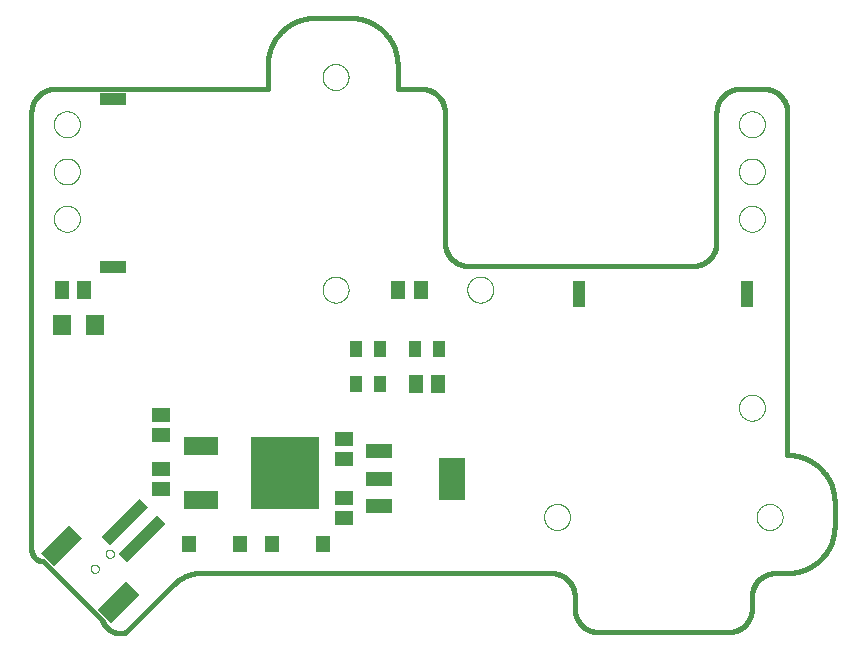
<source format=gbp>
G75*
%MOIN*%
%OFA0B0*%
%FSLAX25Y25*%
%IPPOS*%
%LPD*%
%AMOC8*
5,1,8,0,0,1.08239X$1,22.5*
%
%ADD10C,0.01600*%
%ADD11C,0.00000*%
%ADD12R,0.06299X0.07098*%
%ADD13R,0.05118X0.06299*%
%ADD14R,0.11811X0.06299*%
%ADD15R,0.22835X0.24409*%
%ADD16R,0.04200X0.08600*%
%ADD17R,0.08600X0.04200*%
%ADD18R,0.08800X0.04800*%
%ADD19R,0.08661X0.14173*%
%ADD20R,0.05906X0.05118*%
%ADD21R,0.05000X0.05787*%
%ADD22R,0.04331X0.05512*%
%ADD23R,0.03937X0.18110*%
%ADD24R,0.13386X0.06299*%
D10*
X0055902Y0050272D02*
X0036217Y0069957D01*
X0036093Y0069959D01*
X0035970Y0069965D01*
X0035846Y0069974D01*
X0035724Y0069988D01*
X0035601Y0070005D01*
X0035479Y0070027D01*
X0035358Y0070052D01*
X0035238Y0070081D01*
X0035119Y0070113D01*
X0035000Y0070150D01*
X0034883Y0070190D01*
X0034768Y0070233D01*
X0034653Y0070281D01*
X0034541Y0070332D01*
X0034430Y0070386D01*
X0034320Y0070444D01*
X0034213Y0070505D01*
X0034107Y0070570D01*
X0034004Y0070638D01*
X0033903Y0070709D01*
X0033804Y0070783D01*
X0033707Y0070860D01*
X0033613Y0070941D01*
X0033522Y0071024D01*
X0033433Y0071110D01*
X0033347Y0071199D01*
X0033264Y0071290D01*
X0033183Y0071384D01*
X0033106Y0071481D01*
X0033032Y0071580D01*
X0032961Y0071681D01*
X0032893Y0071784D01*
X0032828Y0071890D01*
X0032767Y0071997D01*
X0032709Y0072107D01*
X0032655Y0072218D01*
X0032604Y0072330D01*
X0032556Y0072445D01*
X0032513Y0072560D01*
X0032473Y0072677D01*
X0032436Y0072796D01*
X0032404Y0072915D01*
X0032375Y0073035D01*
X0032350Y0073156D01*
X0032328Y0073278D01*
X0032311Y0073401D01*
X0032297Y0073523D01*
X0032288Y0073647D01*
X0032282Y0073770D01*
X0032280Y0073894D01*
X0032280Y0219563D01*
X0032282Y0219753D01*
X0032289Y0219943D01*
X0032301Y0220133D01*
X0032317Y0220323D01*
X0032337Y0220512D01*
X0032363Y0220701D01*
X0032392Y0220889D01*
X0032427Y0221076D01*
X0032466Y0221262D01*
X0032509Y0221447D01*
X0032557Y0221632D01*
X0032609Y0221815D01*
X0032665Y0221996D01*
X0032726Y0222176D01*
X0032792Y0222355D01*
X0032861Y0222532D01*
X0032935Y0222708D01*
X0033013Y0222881D01*
X0033096Y0223053D01*
X0033182Y0223222D01*
X0033272Y0223390D01*
X0033367Y0223555D01*
X0033465Y0223718D01*
X0033568Y0223878D01*
X0033674Y0224036D01*
X0033784Y0224191D01*
X0033897Y0224344D01*
X0034015Y0224494D01*
X0034136Y0224640D01*
X0034260Y0224784D01*
X0034388Y0224925D01*
X0034519Y0225063D01*
X0034654Y0225198D01*
X0034792Y0225329D01*
X0034933Y0225457D01*
X0035077Y0225581D01*
X0035223Y0225702D01*
X0035373Y0225820D01*
X0035526Y0225933D01*
X0035681Y0226043D01*
X0035839Y0226149D01*
X0035999Y0226252D01*
X0036162Y0226350D01*
X0036327Y0226445D01*
X0036495Y0226535D01*
X0036664Y0226621D01*
X0036836Y0226704D01*
X0037009Y0226782D01*
X0037185Y0226856D01*
X0037362Y0226925D01*
X0037541Y0226991D01*
X0037721Y0227052D01*
X0037902Y0227108D01*
X0038085Y0227160D01*
X0038270Y0227208D01*
X0038455Y0227251D01*
X0038641Y0227290D01*
X0038828Y0227325D01*
X0039016Y0227354D01*
X0039205Y0227380D01*
X0039394Y0227400D01*
X0039584Y0227416D01*
X0039774Y0227428D01*
X0039964Y0227435D01*
X0040154Y0227437D01*
X0111020Y0227437D01*
X0111020Y0235311D01*
X0111025Y0235692D01*
X0111038Y0236072D01*
X0111061Y0236452D01*
X0111094Y0236831D01*
X0111135Y0237209D01*
X0111185Y0237586D01*
X0111245Y0237962D01*
X0111313Y0238337D01*
X0111391Y0238709D01*
X0111478Y0239080D01*
X0111573Y0239448D01*
X0111678Y0239814D01*
X0111791Y0240177D01*
X0111913Y0240538D01*
X0112043Y0240895D01*
X0112183Y0241249D01*
X0112330Y0241600D01*
X0112487Y0241947D01*
X0112651Y0242290D01*
X0112824Y0242629D01*
X0113005Y0242964D01*
X0113194Y0243295D01*
X0113391Y0243620D01*
X0113595Y0243941D01*
X0113808Y0244257D01*
X0114028Y0244567D01*
X0114255Y0244873D01*
X0114490Y0245172D01*
X0114732Y0245466D01*
X0114980Y0245754D01*
X0115236Y0246036D01*
X0115499Y0246311D01*
X0115768Y0246580D01*
X0116043Y0246843D01*
X0116325Y0247099D01*
X0116613Y0247347D01*
X0116907Y0247589D01*
X0117206Y0247824D01*
X0117512Y0248051D01*
X0117822Y0248271D01*
X0118138Y0248484D01*
X0118459Y0248688D01*
X0118784Y0248885D01*
X0119115Y0249074D01*
X0119450Y0249255D01*
X0119789Y0249428D01*
X0120132Y0249592D01*
X0120479Y0249749D01*
X0120830Y0249896D01*
X0121184Y0250036D01*
X0121541Y0250166D01*
X0121902Y0250288D01*
X0122265Y0250401D01*
X0122631Y0250506D01*
X0122999Y0250601D01*
X0123370Y0250688D01*
X0123742Y0250766D01*
X0124117Y0250834D01*
X0124493Y0250894D01*
X0124870Y0250944D01*
X0125248Y0250985D01*
X0125627Y0251018D01*
X0126007Y0251041D01*
X0126387Y0251054D01*
X0126768Y0251059D01*
X0138579Y0251059D01*
X0138960Y0251054D01*
X0139340Y0251041D01*
X0139720Y0251018D01*
X0140099Y0250985D01*
X0140477Y0250944D01*
X0140854Y0250894D01*
X0141230Y0250834D01*
X0141605Y0250766D01*
X0141977Y0250688D01*
X0142348Y0250601D01*
X0142716Y0250506D01*
X0143082Y0250401D01*
X0143445Y0250288D01*
X0143806Y0250166D01*
X0144163Y0250036D01*
X0144517Y0249896D01*
X0144868Y0249749D01*
X0145215Y0249592D01*
X0145558Y0249428D01*
X0145897Y0249255D01*
X0146232Y0249074D01*
X0146563Y0248885D01*
X0146888Y0248688D01*
X0147209Y0248484D01*
X0147525Y0248271D01*
X0147835Y0248051D01*
X0148141Y0247824D01*
X0148440Y0247589D01*
X0148734Y0247347D01*
X0149022Y0247099D01*
X0149304Y0246843D01*
X0149579Y0246580D01*
X0149848Y0246311D01*
X0150111Y0246036D01*
X0150367Y0245754D01*
X0150615Y0245466D01*
X0150857Y0245172D01*
X0151092Y0244873D01*
X0151319Y0244567D01*
X0151539Y0244257D01*
X0151752Y0243941D01*
X0151956Y0243620D01*
X0152153Y0243295D01*
X0152342Y0242964D01*
X0152523Y0242629D01*
X0152696Y0242290D01*
X0152860Y0241947D01*
X0153017Y0241600D01*
X0153164Y0241249D01*
X0153304Y0240895D01*
X0153434Y0240538D01*
X0153556Y0240177D01*
X0153669Y0239814D01*
X0153774Y0239448D01*
X0153869Y0239080D01*
X0153956Y0238709D01*
X0154034Y0238337D01*
X0154102Y0237962D01*
X0154162Y0237586D01*
X0154212Y0237209D01*
X0154253Y0236831D01*
X0154286Y0236452D01*
X0154309Y0236072D01*
X0154322Y0235692D01*
X0154327Y0235311D01*
X0154327Y0227437D01*
X0162201Y0227437D01*
X0162391Y0227435D01*
X0162581Y0227428D01*
X0162771Y0227416D01*
X0162961Y0227400D01*
X0163150Y0227380D01*
X0163339Y0227354D01*
X0163527Y0227325D01*
X0163714Y0227290D01*
X0163900Y0227251D01*
X0164085Y0227208D01*
X0164270Y0227160D01*
X0164453Y0227108D01*
X0164634Y0227052D01*
X0164814Y0226991D01*
X0164993Y0226925D01*
X0165170Y0226856D01*
X0165346Y0226782D01*
X0165519Y0226704D01*
X0165691Y0226621D01*
X0165860Y0226535D01*
X0166028Y0226445D01*
X0166193Y0226350D01*
X0166356Y0226252D01*
X0166516Y0226149D01*
X0166674Y0226043D01*
X0166829Y0225933D01*
X0166982Y0225820D01*
X0167132Y0225702D01*
X0167278Y0225581D01*
X0167422Y0225457D01*
X0167563Y0225329D01*
X0167701Y0225198D01*
X0167836Y0225063D01*
X0167967Y0224925D01*
X0168095Y0224784D01*
X0168219Y0224640D01*
X0168340Y0224494D01*
X0168458Y0224344D01*
X0168571Y0224191D01*
X0168681Y0224036D01*
X0168787Y0223878D01*
X0168890Y0223718D01*
X0168988Y0223555D01*
X0169083Y0223390D01*
X0169173Y0223222D01*
X0169259Y0223053D01*
X0169342Y0222881D01*
X0169420Y0222708D01*
X0169494Y0222532D01*
X0169563Y0222355D01*
X0169629Y0222176D01*
X0169690Y0221996D01*
X0169746Y0221815D01*
X0169798Y0221632D01*
X0169846Y0221447D01*
X0169889Y0221262D01*
X0169928Y0221076D01*
X0169963Y0220889D01*
X0169992Y0220701D01*
X0170018Y0220512D01*
X0170038Y0220323D01*
X0170054Y0220133D01*
X0170066Y0219943D01*
X0170073Y0219753D01*
X0170075Y0219563D01*
X0170075Y0176256D01*
X0170077Y0176066D01*
X0170084Y0175876D01*
X0170096Y0175686D01*
X0170112Y0175496D01*
X0170132Y0175307D01*
X0170158Y0175118D01*
X0170187Y0174930D01*
X0170222Y0174743D01*
X0170261Y0174557D01*
X0170304Y0174372D01*
X0170352Y0174187D01*
X0170404Y0174004D01*
X0170460Y0173823D01*
X0170521Y0173643D01*
X0170587Y0173464D01*
X0170656Y0173287D01*
X0170730Y0173111D01*
X0170808Y0172938D01*
X0170891Y0172766D01*
X0170977Y0172597D01*
X0171067Y0172429D01*
X0171162Y0172264D01*
X0171260Y0172101D01*
X0171363Y0171941D01*
X0171469Y0171783D01*
X0171579Y0171628D01*
X0171692Y0171475D01*
X0171810Y0171325D01*
X0171931Y0171179D01*
X0172055Y0171035D01*
X0172183Y0170894D01*
X0172314Y0170756D01*
X0172449Y0170621D01*
X0172587Y0170490D01*
X0172728Y0170362D01*
X0172872Y0170238D01*
X0173018Y0170117D01*
X0173168Y0169999D01*
X0173321Y0169886D01*
X0173476Y0169776D01*
X0173634Y0169670D01*
X0173794Y0169567D01*
X0173957Y0169469D01*
X0174122Y0169374D01*
X0174290Y0169284D01*
X0174459Y0169198D01*
X0174631Y0169115D01*
X0174804Y0169037D01*
X0174980Y0168963D01*
X0175157Y0168894D01*
X0175336Y0168828D01*
X0175516Y0168767D01*
X0175697Y0168711D01*
X0175880Y0168659D01*
X0176065Y0168611D01*
X0176250Y0168568D01*
X0176436Y0168529D01*
X0176623Y0168494D01*
X0176811Y0168465D01*
X0177000Y0168439D01*
X0177189Y0168419D01*
X0177379Y0168403D01*
X0177569Y0168391D01*
X0177759Y0168384D01*
X0177949Y0168382D01*
X0252753Y0168382D01*
X0252943Y0168384D01*
X0253133Y0168391D01*
X0253323Y0168403D01*
X0253513Y0168419D01*
X0253702Y0168439D01*
X0253891Y0168465D01*
X0254079Y0168494D01*
X0254266Y0168529D01*
X0254452Y0168568D01*
X0254637Y0168611D01*
X0254822Y0168659D01*
X0255005Y0168711D01*
X0255186Y0168767D01*
X0255366Y0168828D01*
X0255545Y0168894D01*
X0255722Y0168963D01*
X0255898Y0169037D01*
X0256071Y0169115D01*
X0256243Y0169198D01*
X0256412Y0169284D01*
X0256580Y0169374D01*
X0256745Y0169469D01*
X0256908Y0169567D01*
X0257068Y0169670D01*
X0257226Y0169776D01*
X0257381Y0169886D01*
X0257534Y0169999D01*
X0257684Y0170117D01*
X0257830Y0170238D01*
X0257974Y0170362D01*
X0258115Y0170490D01*
X0258253Y0170621D01*
X0258388Y0170756D01*
X0258519Y0170894D01*
X0258647Y0171035D01*
X0258771Y0171179D01*
X0258892Y0171325D01*
X0259010Y0171475D01*
X0259123Y0171628D01*
X0259233Y0171783D01*
X0259339Y0171941D01*
X0259442Y0172101D01*
X0259540Y0172264D01*
X0259635Y0172429D01*
X0259725Y0172597D01*
X0259811Y0172766D01*
X0259894Y0172938D01*
X0259972Y0173111D01*
X0260046Y0173287D01*
X0260115Y0173464D01*
X0260181Y0173643D01*
X0260242Y0173823D01*
X0260298Y0174004D01*
X0260350Y0174187D01*
X0260398Y0174372D01*
X0260441Y0174557D01*
X0260480Y0174743D01*
X0260515Y0174930D01*
X0260544Y0175118D01*
X0260570Y0175307D01*
X0260590Y0175496D01*
X0260606Y0175686D01*
X0260618Y0175876D01*
X0260625Y0176066D01*
X0260627Y0176256D01*
X0260627Y0219563D01*
X0260629Y0219753D01*
X0260636Y0219943D01*
X0260648Y0220133D01*
X0260664Y0220323D01*
X0260684Y0220512D01*
X0260710Y0220701D01*
X0260739Y0220889D01*
X0260774Y0221076D01*
X0260813Y0221262D01*
X0260856Y0221447D01*
X0260904Y0221632D01*
X0260956Y0221815D01*
X0261012Y0221996D01*
X0261073Y0222176D01*
X0261139Y0222355D01*
X0261208Y0222532D01*
X0261282Y0222708D01*
X0261360Y0222881D01*
X0261443Y0223053D01*
X0261529Y0223222D01*
X0261619Y0223390D01*
X0261714Y0223555D01*
X0261812Y0223718D01*
X0261915Y0223878D01*
X0262021Y0224036D01*
X0262131Y0224191D01*
X0262244Y0224344D01*
X0262362Y0224494D01*
X0262483Y0224640D01*
X0262607Y0224784D01*
X0262735Y0224925D01*
X0262866Y0225063D01*
X0263001Y0225198D01*
X0263139Y0225329D01*
X0263280Y0225457D01*
X0263424Y0225581D01*
X0263570Y0225702D01*
X0263720Y0225820D01*
X0263873Y0225933D01*
X0264028Y0226043D01*
X0264186Y0226149D01*
X0264346Y0226252D01*
X0264509Y0226350D01*
X0264674Y0226445D01*
X0264842Y0226535D01*
X0265011Y0226621D01*
X0265183Y0226704D01*
X0265356Y0226782D01*
X0265532Y0226856D01*
X0265709Y0226925D01*
X0265888Y0226991D01*
X0266068Y0227052D01*
X0266249Y0227108D01*
X0266432Y0227160D01*
X0266617Y0227208D01*
X0266802Y0227251D01*
X0266988Y0227290D01*
X0267175Y0227325D01*
X0267363Y0227354D01*
X0267552Y0227380D01*
X0267741Y0227400D01*
X0267931Y0227416D01*
X0268121Y0227428D01*
X0268311Y0227435D01*
X0268501Y0227437D01*
X0276375Y0227437D01*
X0276565Y0227435D01*
X0276755Y0227428D01*
X0276945Y0227416D01*
X0277135Y0227400D01*
X0277324Y0227380D01*
X0277513Y0227354D01*
X0277701Y0227325D01*
X0277888Y0227290D01*
X0278074Y0227251D01*
X0278259Y0227208D01*
X0278444Y0227160D01*
X0278627Y0227108D01*
X0278808Y0227052D01*
X0278988Y0226991D01*
X0279167Y0226925D01*
X0279344Y0226856D01*
X0279520Y0226782D01*
X0279693Y0226704D01*
X0279865Y0226621D01*
X0280034Y0226535D01*
X0280202Y0226445D01*
X0280367Y0226350D01*
X0280530Y0226252D01*
X0280690Y0226149D01*
X0280848Y0226043D01*
X0281003Y0225933D01*
X0281156Y0225820D01*
X0281306Y0225702D01*
X0281452Y0225581D01*
X0281596Y0225457D01*
X0281737Y0225329D01*
X0281875Y0225198D01*
X0282010Y0225063D01*
X0282141Y0224925D01*
X0282269Y0224784D01*
X0282393Y0224640D01*
X0282514Y0224494D01*
X0282632Y0224344D01*
X0282745Y0224191D01*
X0282855Y0224036D01*
X0282961Y0223878D01*
X0283064Y0223718D01*
X0283162Y0223555D01*
X0283257Y0223390D01*
X0283347Y0223222D01*
X0283433Y0223053D01*
X0283516Y0222881D01*
X0283594Y0222708D01*
X0283668Y0222532D01*
X0283737Y0222355D01*
X0283803Y0222176D01*
X0283864Y0221996D01*
X0283920Y0221815D01*
X0283972Y0221632D01*
X0284020Y0221447D01*
X0284063Y0221262D01*
X0284102Y0221076D01*
X0284137Y0220889D01*
X0284166Y0220701D01*
X0284192Y0220512D01*
X0284212Y0220323D01*
X0284228Y0220133D01*
X0284240Y0219943D01*
X0284247Y0219753D01*
X0284249Y0219563D01*
X0284249Y0105390D01*
X0284630Y0105385D01*
X0285010Y0105372D01*
X0285390Y0105349D01*
X0285769Y0105316D01*
X0286147Y0105275D01*
X0286524Y0105225D01*
X0286900Y0105165D01*
X0287275Y0105097D01*
X0287647Y0105019D01*
X0288018Y0104932D01*
X0288386Y0104837D01*
X0288752Y0104732D01*
X0289115Y0104619D01*
X0289476Y0104497D01*
X0289833Y0104367D01*
X0290187Y0104227D01*
X0290538Y0104080D01*
X0290885Y0103923D01*
X0291228Y0103759D01*
X0291567Y0103586D01*
X0291902Y0103405D01*
X0292233Y0103216D01*
X0292558Y0103019D01*
X0292879Y0102815D01*
X0293195Y0102602D01*
X0293505Y0102382D01*
X0293811Y0102155D01*
X0294110Y0101920D01*
X0294404Y0101678D01*
X0294692Y0101430D01*
X0294974Y0101174D01*
X0295249Y0100911D01*
X0295518Y0100642D01*
X0295781Y0100367D01*
X0296037Y0100085D01*
X0296285Y0099797D01*
X0296527Y0099503D01*
X0296762Y0099204D01*
X0296989Y0098898D01*
X0297209Y0098588D01*
X0297422Y0098272D01*
X0297626Y0097951D01*
X0297823Y0097626D01*
X0298012Y0097295D01*
X0298193Y0096960D01*
X0298366Y0096621D01*
X0298530Y0096278D01*
X0298687Y0095931D01*
X0298834Y0095580D01*
X0298974Y0095226D01*
X0299104Y0094869D01*
X0299226Y0094508D01*
X0299339Y0094145D01*
X0299444Y0093779D01*
X0299539Y0093411D01*
X0299626Y0093040D01*
X0299704Y0092668D01*
X0299772Y0092293D01*
X0299832Y0091917D01*
X0299882Y0091540D01*
X0299923Y0091162D01*
X0299956Y0090783D01*
X0299979Y0090403D01*
X0299992Y0090023D01*
X0299997Y0089642D01*
X0299997Y0081768D01*
X0299992Y0081387D01*
X0299979Y0081007D01*
X0299956Y0080627D01*
X0299923Y0080248D01*
X0299882Y0079870D01*
X0299832Y0079493D01*
X0299772Y0079117D01*
X0299704Y0078742D01*
X0299626Y0078370D01*
X0299539Y0077999D01*
X0299444Y0077631D01*
X0299339Y0077265D01*
X0299226Y0076902D01*
X0299104Y0076541D01*
X0298974Y0076184D01*
X0298834Y0075830D01*
X0298687Y0075479D01*
X0298530Y0075132D01*
X0298366Y0074789D01*
X0298193Y0074450D01*
X0298012Y0074115D01*
X0297823Y0073784D01*
X0297626Y0073459D01*
X0297422Y0073138D01*
X0297209Y0072822D01*
X0296989Y0072512D01*
X0296762Y0072206D01*
X0296527Y0071907D01*
X0296285Y0071613D01*
X0296037Y0071325D01*
X0295781Y0071043D01*
X0295518Y0070768D01*
X0295249Y0070499D01*
X0294974Y0070236D01*
X0294692Y0069980D01*
X0294404Y0069732D01*
X0294110Y0069490D01*
X0293811Y0069255D01*
X0293505Y0069028D01*
X0293195Y0068808D01*
X0292879Y0068595D01*
X0292558Y0068391D01*
X0292233Y0068194D01*
X0291902Y0068005D01*
X0291567Y0067824D01*
X0291228Y0067651D01*
X0290885Y0067487D01*
X0290538Y0067330D01*
X0290187Y0067183D01*
X0289833Y0067043D01*
X0289476Y0066913D01*
X0289115Y0066791D01*
X0288752Y0066678D01*
X0288386Y0066573D01*
X0288018Y0066478D01*
X0287647Y0066391D01*
X0287275Y0066313D01*
X0286900Y0066245D01*
X0286524Y0066185D01*
X0286147Y0066135D01*
X0285769Y0066094D01*
X0285390Y0066061D01*
X0285010Y0066038D01*
X0284630Y0066025D01*
X0284249Y0066020D01*
X0280312Y0066020D01*
X0280122Y0066018D01*
X0279932Y0066011D01*
X0279742Y0065999D01*
X0279552Y0065983D01*
X0279363Y0065963D01*
X0279174Y0065937D01*
X0278986Y0065908D01*
X0278799Y0065873D01*
X0278613Y0065834D01*
X0278428Y0065791D01*
X0278243Y0065743D01*
X0278060Y0065691D01*
X0277879Y0065635D01*
X0277699Y0065574D01*
X0277520Y0065508D01*
X0277343Y0065439D01*
X0277167Y0065365D01*
X0276994Y0065287D01*
X0276822Y0065204D01*
X0276653Y0065118D01*
X0276485Y0065028D01*
X0276320Y0064933D01*
X0276157Y0064835D01*
X0275997Y0064732D01*
X0275839Y0064626D01*
X0275684Y0064516D01*
X0275531Y0064403D01*
X0275381Y0064285D01*
X0275235Y0064164D01*
X0275091Y0064040D01*
X0274950Y0063912D01*
X0274812Y0063781D01*
X0274677Y0063646D01*
X0274546Y0063508D01*
X0274418Y0063367D01*
X0274294Y0063223D01*
X0274173Y0063077D01*
X0274055Y0062927D01*
X0273942Y0062774D01*
X0273832Y0062619D01*
X0273726Y0062461D01*
X0273623Y0062301D01*
X0273525Y0062138D01*
X0273430Y0061973D01*
X0273340Y0061805D01*
X0273254Y0061636D01*
X0273171Y0061464D01*
X0273093Y0061291D01*
X0273019Y0061115D01*
X0272950Y0060938D01*
X0272884Y0060759D01*
X0272823Y0060579D01*
X0272767Y0060398D01*
X0272715Y0060215D01*
X0272667Y0060030D01*
X0272624Y0059845D01*
X0272585Y0059659D01*
X0272550Y0059472D01*
X0272521Y0059284D01*
X0272495Y0059095D01*
X0272475Y0058906D01*
X0272459Y0058716D01*
X0272447Y0058526D01*
X0272440Y0058336D01*
X0272438Y0058146D01*
X0272438Y0054209D01*
X0272436Y0054019D01*
X0272429Y0053829D01*
X0272417Y0053639D01*
X0272401Y0053449D01*
X0272381Y0053260D01*
X0272355Y0053071D01*
X0272326Y0052883D01*
X0272291Y0052696D01*
X0272252Y0052510D01*
X0272209Y0052325D01*
X0272161Y0052140D01*
X0272109Y0051957D01*
X0272053Y0051776D01*
X0271992Y0051596D01*
X0271926Y0051417D01*
X0271857Y0051240D01*
X0271783Y0051064D01*
X0271705Y0050891D01*
X0271622Y0050719D01*
X0271536Y0050550D01*
X0271446Y0050382D01*
X0271351Y0050217D01*
X0271253Y0050054D01*
X0271150Y0049894D01*
X0271044Y0049736D01*
X0270934Y0049581D01*
X0270821Y0049428D01*
X0270703Y0049278D01*
X0270582Y0049132D01*
X0270458Y0048988D01*
X0270330Y0048847D01*
X0270199Y0048709D01*
X0270064Y0048574D01*
X0269926Y0048443D01*
X0269785Y0048315D01*
X0269641Y0048191D01*
X0269495Y0048070D01*
X0269345Y0047952D01*
X0269192Y0047839D01*
X0269037Y0047729D01*
X0268879Y0047623D01*
X0268719Y0047520D01*
X0268556Y0047422D01*
X0268391Y0047327D01*
X0268223Y0047237D01*
X0268054Y0047151D01*
X0267882Y0047068D01*
X0267709Y0046990D01*
X0267533Y0046916D01*
X0267356Y0046847D01*
X0267177Y0046781D01*
X0266997Y0046720D01*
X0266816Y0046664D01*
X0266633Y0046612D01*
X0266448Y0046564D01*
X0266263Y0046521D01*
X0266077Y0046482D01*
X0265890Y0046447D01*
X0265702Y0046418D01*
X0265513Y0046392D01*
X0265324Y0046372D01*
X0265134Y0046356D01*
X0264944Y0046344D01*
X0264754Y0046337D01*
X0264564Y0046335D01*
X0221257Y0046335D01*
X0221067Y0046337D01*
X0220877Y0046344D01*
X0220687Y0046356D01*
X0220497Y0046372D01*
X0220308Y0046392D01*
X0220119Y0046418D01*
X0219931Y0046447D01*
X0219744Y0046482D01*
X0219558Y0046521D01*
X0219373Y0046564D01*
X0219188Y0046612D01*
X0219005Y0046664D01*
X0218824Y0046720D01*
X0218644Y0046781D01*
X0218465Y0046847D01*
X0218288Y0046916D01*
X0218112Y0046990D01*
X0217939Y0047068D01*
X0217767Y0047151D01*
X0217598Y0047237D01*
X0217430Y0047327D01*
X0217265Y0047422D01*
X0217102Y0047520D01*
X0216942Y0047623D01*
X0216784Y0047729D01*
X0216629Y0047839D01*
X0216476Y0047952D01*
X0216326Y0048070D01*
X0216180Y0048191D01*
X0216036Y0048315D01*
X0215895Y0048443D01*
X0215757Y0048574D01*
X0215622Y0048709D01*
X0215491Y0048847D01*
X0215363Y0048988D01*
X0215239Y0049132D01*
X0215118Y0049278D01*
X0215000Y0049428D01*
X0214887Y0049581D01*
X0214777Y0049736D01*
X0214671Y0049894D01*
X0214568Y0050054D01*
X0214470Y0050217D01*
X0214375Y0050382D01*
X0214285Y0050550D01*
X0214199Y0050719D01*
X0214116Y0050891D01*
X0214038Y0051064D01*
X0213964Y0051240D01*
X0213895Y0051417D01*
X0213829Y0051596D01*
X0213768Y0051776D01*
X0213712Y0051957D01*
X0213660Y0052140D01*
X0213612Y0052325D01*
X0213569Y0052510D01*
X0213530Y0052696D01*
X0213495Y0052883D01*
X0213466Y0053071D01*
X0213440Y0053260D01*
X0213420Y0053449D01*
X0213404Y0053639D01*
X0213392Y0053829D01*
X0213385Y0054019D01*
X0213383Y0054209D01*
X0213383Y0058146D01*
X0213381Y0058336D01*
X0213374Y0058526D01*
X0213362Y0058716D01*
X0213346Y0058906D01*
X0213326Y0059095D01*
X0213300Y0059284D01*
X0213271Y0059472D01*
X0213236Y0059659D01*
X0213197Y0059845D01*
X0213154Y0060030D01*
X0213106Y0060215D01*
X0213054Y0060398D01*
X0212998Y0060579D01*
X0212937Y0060759D01*
X0212871Y0060938D01*
X0212802Y0061115D01*
X0212728Y0061291D01*
X0212650Y0061464D01*
X0212567Y0061636D01*
X0212481Y0061805D01*
X0212391Y0061973D01*
X0212296Y0062138D01*
X0212198Y0062301D01*
X0212095Y0062461D01*
X0211989Y0062619D01*
X0211879Y0062774D01*
X0211766Y0062927D01*
X0211648Y0063077D01*
X0211527Y0063223D01*
X0211403Y0063367D01*
X0211275Y0063508D01*
X0211144Y0063646D01*
X0211009Y0063781D01*
X0210871Y0063912D01*
X0210730Y0064040D01*
X0210586Y0064164D01*
X0210440Y0064285D01*
X0210290Y0064403D01*
X0210137Y0064516D01*
X0209982Y0064626D01*
X0209824Y0064732D01*
X0209664Y0064835D01*
X0209501Y0064933D01*
X0209336Y0065028D01*
X0209168Y0065118D01*
X0208999Y0065204D01*
X0208827Y0065287D01*
X0208654Y0065365D01*
X0208478Y0065439D01*
X0208301Y0065508D01*
X0208122Y0065574D01*
X0207942Y0065635D01*
X0207761Y0065691D01*
X0207578Y0065743D01*
X0207393Y0065791D01*
X0207208Y0065834D01*
X0207022Y0065873D01*
X0206835Y0065908D01*
X0206647Y0065937D01*
X0206458Y0065963D01*
X0206269Y0065983D01*
X0206079Y0065999D01*
X0205889Y0066011D01*
X0205699Y0066018D01*
X0205509Y0066020D01*
X0087398Y0066020D01*
X0079524Y0062083D02*
X0063776Y0046335D01*
X0063777Y0046334D02*
X0063629Y0046287D01*
X0063480Y0046244D01*
X0063330Y0046204D01*
X0063179Y0046168D01*
X0063027Y0046136D01*
X0062874Y0046107D01*
X0062721Y0046082D01*
X0062567Y0046061D01*
X0062413Y0046044D01*
X0062258Y0046031D01*
X0062103Y0046022D01*
X0061948Y0046017D01*
X0061793Y0046015D01*
X0061638Y0046017D01*
X0061483Y0046023D01*
X0061328Y0046034D01*
X0061173Y0046047D01*
X0061019Y0046065D01*
X0060866Y0046087D01*
X0060712Y0046112D01*
X0060560Y0046141D01*
X0060408Y0046174D01*
X0060258Y0046211D01*
X0060108Y0046252D01*
X0059959Y0046296D01*
X0059811Y0046344D01*
X0059665Y0046396D01*
X0059520Y0046451D01*
X0059376Y0046510D01*
X0059234Y0046572D01*
X0059094Y0046638D01*
X0058955Y0046707D01*
X0058818Y0046780D01*
X0058683Y0046856D01*
X0058549Y0046936D01*
X0058418Y0047019D01*
X0058289Y0047105D01*
X0058162Y0047194D01*
X0058038Y0047287D01*
X0057915Y0047382D01*
X0057795Y0047481D01*
X0057678Y0047582D01*
X0057563Y0047687D01*
X0057451Y0047794D01*
X0057341Y0047904D01*
X0057235Y0048017D01*
X0057131Y0048132D01*
X0057030Y0048250D01*
X0056932Y0048370D01*
X0056837Y0048493D01*
X0056745Y0048618D01*
X0056656Y0048746D01*
X0056571Y0048875D01*
X0056489Y0049007D01*
X0056410Y0049140D01*
X0056334Y0049276D01*
X0056262Y0049413D01*
X0056193Y0049552D01*
X0056128Y0049693D01*
X0056066Y0049836D01*
X0056008Y0049980D01*
X0055953Y0050125D01*
X0055902Y0050271D01*
X0079525Y0062082D02*
X0079762Y0062314D01*
X0080005Y0062540D01*
X0080253Y0062760D01*
X0080506Y0062974D01*
X0080765Y0063183D01*
X0081028Y0063384D01*
X0081296Y0063580D01*
X0081568Y0063769D01*
X0081845Y0063952D01*
X0082127Y0064128D01*
X0082412Y0064297D01*
X0082701Y0064459D01*
X0082994Y0064614D01*
X0083291Y0064763D01*
X0083591Y0064904D01*
X0083895Y0065038D01*
X0084201Y0065165D01*
X0084511Y0065284D01*
X0084823Y0065396D01*
X0085138Y0065501D01*
X0085455Y0065598D01*
X0085774Y0065687D01*
X0086096Y0065769D01*
X0086419Y0065843D01*
X0086744Y0065910D01*
X0087071Y0065968D01*
X0087399Y0066019D01*
D11*
X0057030Y0072462D02*
X0057032Y0072536D01*
X0057038Y0072610D01*
X0057048Y0072683D01*
X0057062Y0072756D01*
X0057079Y0072828D01*
X0057101Y0072898D01*
X0057126Y0072968D01*
X0057155Y0073036D01*
X0057188Y0073102D01*
X0057224Y0073167D01*
X0057264Y0073229D01*
X0057306Y0073290D01*
X0057352Y0073348D01*
X0057401Y0073403D01*
X0057453Y0073456D01*
X0057508Y0073506D01*
X0057565Y0073552D01*
X0057625Y0073596D01*
X0057687Y0073636D01*
X0057751Y0073673D01*
X0057817Y0073707D01*
X0057885Y0073737D01*
X0057954Y0073763D01*
X0058025Y0073786D01*
X0058096Y0073804D01*
X0058169Y0073819D01*
X0058242Y0073830D01*
X0058316Y0073837D01*
X0058390Y0073840D01*
X0058463Y0073839D01*
X0058537Y0073834D01*
X0058611Y0073825D01*
X0058684Y0073812D01*
X0058756Y0073795D01*
X0058827Y0073775D01*
X0058897Y0073750D01*
X0058965Y0073722D01*
X0059032Y0073691D01*
X0059097Y0073655D01*
X0059160Y0073617D01*
X0059221Y0073575D01*
X0059280Y0073529D01*
X0059336Y0073481D01*
X0059389Y0073430D01*
X0059439Y0073376D01*
X0059487Y0073319D01*
X0059531Y0073260D01*
X0059573Y0073198D01*
X0059611Y0073135D01*
X0059645Y0073069D01*
X0059676Y0073002D01*
X0059703Y0072933D01*
X0059726Y0072863D01*
X0059746Y0072792D01*
X0059762Y0072719D01*
X0059774Y0072646D01*
X0059782Y0072573D01*
X0059786Y0072499D01*
X0059786Y0072425D01*
X0059782Y0072351D01*
X0059774Y0072278D01*
X0059762Y0072205D01*
X0059746Y0072132D01*
X0059726Y0072061D01*
X0059703Y0071991D01*
X0059676Y0071922D01*
X0059645Y0071855D01*
X0059611Y0071789D01*
X0059573Y0071726D01*
X0059531Y0071664D01*
X0059487Y0071605D01*
X0059439Y0071548D01*
X0059389Y0071494D01*
X0059336Y0071443D01*
X0059280Y0071395D01*
X0059221Y0071349D01*
X0059160Y0071307D01*
X0059097Y0071269D01*
X0059032Y0071233D01*
X0058965Y0071202D01*
X0058897Y0071174D01*
X0058827Y0071149D01*
X0058756Y0071129D01*
X0058684Y0071112D01*
X0058611Y0071099D01*
X0058537Y0071090D01*
X0058463Y0071085D01*
X0058390Y0071084D01*
X0058316Y0071087D01*
X0058242Y0071094D01*
X0058169Y0071105D01*
X0058096Y0071120D01*
X0058025Y0071138D01*
X0057954Y0071161D01*
X0057885Y0071187D01*
X0057817Y0071217D01*
X0057751Y0071251D01*
X0057687Y0071288D01*
X0057625Y0071328D01*
X0057565Y0071372D01*
X0057508Y0071418D01*
X0057453Y0071468D01*
X0057401Y0071521D01*
X0057352Y0071576D01*
X0057306Y0071634D01*
X0057264Y0071695D01*
X0057224Y0071757D01*
X0057188Y0071822D01*
X0057155Y0071888D01*
X0057126Y0071956D01*
X0057101Y0072026D01*
X0057079Y0072096D01*
X0057062Y0072168D01*
X0057048Y0072241D01*
X0057038Y0072314D01*
X0057032Y0072388D01*
X0057030Y0072462D01*
X0052019Y0067451D02*
X0052021Y0067525D01*
X0052027Y0067599D01*
X0052037Y0067672D01*
X0052051Y0067745D01*
X0052068Y0067817D01*
X0052090Y0067887D01*
X0052115Y0067957D01*
X0052144Y0068025D01*
X0052177Y0068091D01*
X0052213Y0068156D01*
X0052253Y0068218D01*
X0052295Y0068279D01*
X0052341Y0068337D01*
X0052390Y0068392D01*
X0052442Y0068445D01*
X0052497Y0068495D01*
X0052554Y0068541D01*
X0052614Y0068585D01*
X0052676Y0068625D01*
X0052740Y0068662D01*
X0052806Y0068696D01*
X0052874Y0068726D01*
X0052943Y0068752D01*
X0053014Y0068775D01*
X0053085Y0068793D01*
X0053158Y0068808D01*
X0053231Y0068819D01*
X0053305Y0068826D01*
X0053379Y0068829D01*
X0053452Y0068828D01*
X0053526Y0068823D01*
X0053600Y0068814D01*
X0053673Y0068801D01*
X0053745Y0068784D01*
X0053816Y0068764D01*
X0053886Y0068739D01*
X0053954Y0068711D01*
X0054021Y0068680D01*
X0054086Y0068644D01*
X0054149Y0068606D01*
X0054210Y0068564D01*
X0054269Y0068518D01*
X0054325Y0068470D01*
X0054378Y0068419D01*
X0054428Y0068365D01*
X0054476Y0068308D01*
X0054520Y0068249D01*
X0054562Y0068187D01*
X0054600Y0068124D01*
X0054634Y0068058D01*
X0054665Y0067991D01*
X0054692Y0067922D01*
X0054715Y0067852D01*
X0054735Y0067781D01*
X0054751Y0067708D01*
X0054763Y0067635D01*
X0054771Y0067562D01*
X0054775Y0067488D01*
X0054775Y0067414D01*
X0054771Y0067340D01*
X0054763Y0067267D01*
X0054751Y0067194D01*
X0054735Y0067121D01*
X0054715Y0067050D01*
X0054692Y0066980D01*
X0054665Y0066911D01*
X0054634Y0066844D01*
X0054600Y0066778D01*
X0054562Y0066715D01*
X0054520Y0066653D01*
X0054476Y0066594D01*
X0054428Y0066537D01*
X0054378Y0066483D01*
X0054325Y0066432D01*
X0054269Y0066384D01*
X0054210Y0066338D01*
X0054149Y0066296D01*
X0054086Y0066258D01*
X0054021Y0066222D01*
X0053954Y0066191D01*
X0053886Y0066163D01*
X0053816Y0066138D01*
X0053745Y0066118D01*
X0053673Y0066101D01*
X0053600Y0066088D01*
X0053526Y0066079D01*
X0053452Y0066074D01*
X0053379Y0066073D01*
X0053305Y0066076D01*
X0053231Y0066083D01*
X0053158Y0066094D01*
X0053085Y0066109D01*
X0053014Y0066127D01*
X0052943Y0066150D01*
X0052874Y0066176D01*
X0052806Y0066206D01*
X0052740Y0066240D01*
X0052676Y0066277D01*
X0052614Y0066317D01*
X0052554Y0066361D01*
X0052497Y0066407D01*
X0052442Y0066457D01*
X0052390Y0066510D01*
X0052341Y0066565D01*
X0052295Y0066623D01*
X0052253Y0066684D01*
X0052213Y0066746D01*
X0052177Y0066811D01*
X0052144Y0066877D01*
X0052115Y0066945D01*
X0052090Y0067015D01*
X0052068Y0067085D01*
X0052051Y0067157D01*
X0052037Y0067230D01*
X0052027Y0067303D01*
X0052021Y0067377D01*
X0052019Y0067451D01*
X0129327Y0160508D02*
X0129329Y0160639D01*
X0129335Y0160771D01*
X0129345Y0160902D01*
X0129359Y0161033D01*
X0129377Y0161163D01*
X0129399Y0161292D01*
X0129424Y0161421D01*
X0129454Y0161549D01*
X0129488Y0161676D01*
X0129525Y0161803D01*
X0129566Y0161927D01*
X0129611Y0162051D01*
X0129660Y0162173D01*
X0129712Y0162294D01*
X0129768Y0162412D01*
X0129828Y0162530D01*
X0129891Y0162645D01*
X0129958Y0162758D01*
X0130028Y0162870D01*
X0130101Y0162979D01*
X0130177Y0163085D01*
X0130257Y0163190D01*
X0130340Y0163292D01*
X0130426Y0163391D01*
X0130515Y0163488D01*
X0130607Y0163582D01*
X0130702Y0163673D01*
X0130799Y0163762D01*
X0130899Y0163847D01*
X0131002Y0163929D01*
X0131107Y0164008D01*
X0131214Y0164084D01*
X0131324Y0164156D01*
X0131436Y0164225D01*
X0131550Y0164291D01*
X0131665Y0164353D01*
X0131783Y0164412D01*
X0131902Y0164467D01*
X0132023Y0164519D01*
X0132146Y0164566D01*
X0132270Y0164610D01*
X0132395Y0164651D01*
X0132521Y0164687D01*
X0132649Y0164720D01*
X0132777Y0164748D01*
X0132906Y0164773D01*
X0133036Y0164794D01*
X0133166Y0164811D01*
X0133297Y0164824D01*
X0133428Y0164833D01*
X0133559Y0164838D01*
X0133691Y0164839D01*
X0133822Y0164836D01*
X0133954Y0164829D01*
X0134085Y0164818D01*
X0134215Y0164803D01*
X0134345Y0164784D01*
X0134475Y0164761D01*
X0134603Y0164735D01*
X0134731Y0164704D01*
X0134858Y0164669D01*
X0134984Y0164631D01*
X0135108Y0164589D01*
X0135232Y0164543D01*
X0135353Y0164493D01*
X0135473Y0164440D01*
X0135592Y0164383D01*
X0135709Y0164323D01*
X0135823Y0164259D01*
X0135936Y0164191D01*
X0136047Y0164120D01*
X0136156Y0164046D01*
X0136262Y0163969D01*
X0136366Y0163888D01*
X0136467Y0163805D01*
X0136566Y0163718D01*
X0136662Y0163628D01*
X0136755Y0163535D01*
X0136846Y0163440D01*
X0136933Y0163342D01*
X0137018Y0163241D01*
X0137099Y0163138D01*
X0137177Y0163032D01*
X0137252Y0162924D01*
X0137324Y0162814D01*
X0137392Y0162702D01*
X0137457Y0162588D01*
X0137518Y0162471D01*
X0137576Y0162353D01*
X0137630Y0162233D01*
X0137681Y0162112D01*
X0137728Y0161989D01*
X0137771Y0161865D01*
X0137810Y0161740D01*
X0137846Y0161613D01*
X0137877Y0161485D01*
X0137905Y0161357D01*
X0137929Y0161228D01*
X0137949Y0161098D01*
X0137965Y0160967D01*
X0137977Y0160836D01*
X0137985Y0160705D01*
X0137989Y0160574D01*
X0137989Y0160442D01*
X0137985Y0160311D01*
X0137977Y0160180D01*
X0137965Y0160049D01*
X0137949Y0159918D01*
X0137929Y0159788D01*
X0137905Y0159659D01*
X0137877Y0159531D01*
X0137846Y0159403D01*
X0137810Y0159276D01*
X0137771Y0159151D01*
X0137728Y0159027D01*
X0137681Y0158904D01*
X0137630Y0158783D01*
X0137576Y0158663D01*
X0137518Y0158545D01*
X0137457Y0158428D01*
X0137392Y0158314D01*
X0137324Y0158202D01*
X0137252Y0158092D01*
X0137177Y0157984D01*
X0137099Y0157878D01*
X0137018Y0157775D01*
X0136933Y0157674D01*
X0136846Y0157576D01*
X0136755Y0157481D01*
X0136662Y0157388D01*
X0136566Y0157298D01*
X0136467Y0157211D01*
X0136366Y0157128D01*
X0136262Y0157047D01*
X0136156Y0156970D01*
X0136047Y0156896D01*
X0135936Y0156825D01*
X0135824Y0156757D01*
X0135709Y0156693D01*
X0135592Y0156633D01*
X0135473Y0156576D01*
X0135353Y0156523D01*
X0135232Y0156473D01*
X0135108Y0156427D01*
X0134984Y0156385D01*
X0134858Y0156347D01*
X0134731Y0156312D01*
X0134603Y0156281D01*
X0134475Y0156255D01*
X0134345Y0156232D01*
X0134215Y0156213D01*
X0134085Y0156198D01*
X0133954Y0156187D01*
X0133822Y0156180D01*
X0133691Y0156177D01*
X0133559Y0156178D01*
X0133428Y0156183D01*
X0133297Y0156192D01*
X0133166Y0156205D01*
X0133036Y0156222D01*
X0132906Y0156243D01*
X0132777Y0156268D01*
X0132649Y0156296D01*
X0132521Y0156329D01*
X0132395Y0156365D01*
X0132270Y0156406D01*
X0132146Y0156450D01*
X0132023Y0156497D01*
X0131902Y0156549D01*
X0131783Y0156604D01*
X0131665Y0156663D01*
X0131550Y0156725D01*
X0131436Y0156791D01*
X0131324Y0156860D01*
X0131214Y0156932D01*
X0131107Y0157008D01*
X0131002Y0157087D01*
X0130899Y0157169D01*
X0130799Y0157254D01*
X0130702Y0157343D01*
X0130607Y0157434D01*
X0130515Y0157528D01*
X0130426Y0157625D01*
X0130340Y0157724D01*
X0130257Y0157826D01*
X0130177Y0157931D01*
X0130101Y0158037D01*
X0130028Y0158146D01*
X0129958Y0158258D01*
X0129891Y0158371D01*
X0129828Y0158486D01*
X0129768Y0158604D01*
X0129712Y0158722D01*
X0129660Y0158843D01*
X0129611Y0158965D01*
X0129566Y0159089D01*
X0129525Y0159213D01*
X0129488Y0159340D01*
X0129454Y0159467D01*
X0129424Y0159595D01*
X0129399Y0159724D01*
X0129377Y0159853D01*
X0129359Y0159983D01*
X0129345Y0160114D01*
X0129335Y0160245D01*
X0129329Y0160377D01*
X0129327Y0160508D01*
X0177555Y0160508D02*
X0177557Y0160639D01*
X0177563Y0160771D01*
X0177573Y0160902D01*
X0177587Y0161033D01*
X0177605Y0161163D01*
X0177627Y0161292D01*
X0177652Y0161421D01*
X0177682Y0161549D01*
X0177716Y0161676D01*
X0177753Y0161803D01*
X0177794Y0161927D01*
X0177839Y0162051D01*
X0177888Y0162173D01*
X0177940Y0162294D01*
X0177996Y0162412D01*
X0178056Y0162530D01*
X0178119Y0162645D01*
X0178186Y0162758D01*
X0178256Y0162870D01*
X0178329Y0162979D01*
X0178405Y0163085D01*
X0178485Y0163190D01*
X0178568Y0163292D01*
X0178654Y0163391D01*
X0178743Y0163488D01*
X0178835Y0163582D01*
X0178930Y0163673D01*
X0179027Y0163762D01*
X0179127Y0163847D01*
X0179230Y0163929D01*
X0179335Y0164008D01*
X0179442Y0164084D01*
X0179552Y0164156D01*
X0179664Y0164225D01*
X0179778Y0164291D01*
X0179893Y0164353D01*
X0180011Y0164412D01*
X0180130Y0164467D01*
X0180251Y0164519D01*
X0180374Y0164566D01*
X0180498Y0164610D01*
X0180623Y0164651D01*
X0180749Y0164687D01*
X0180877Y0164720D01*
X0181005Y0164748D01*
X0181134Y0164773D01*
X0181264Y0164794D01*
X0181394Y0164811D01*
X0181525Y0164824D01*
X0181656Y0164833D01*
X0181787Y0164838D01*
X0181919Y0164839D01*
X0182050Y0164836D01*
X0182182Y0164829D01*
X0182313Y0164818D01*
X0182443Y0164803D01*
X0182573Y0164784D01*
X0182703Y0164761D01*
X0182831Y0164735D01*
X0182959Y0164704D01*
X0183086Y0164669D01*
X0183212Y0164631D01*
X0183336Y0164589D01*
X0183460Y0164543D01*
X0183581Y0164493D01*
X0183701Y0164440D01*
X0183820Y0164383D01*
X0183937Y0164323D01*
X0184051Y0164259D01*
X0184164Y0164191D01*
X0184275Y0164120D01*
X0184384Y0164046D01*
X0184490Y0163969D01*
X0184594Y0163888D01*
X0184695Y0163805D01*
X0184794Y0163718D01*
X0184890Y0163628D01*
X0184983Y0163535D01*
X0185074Y0163440D01*
X0185161Y0163342D01*
X0185246Y0163241D01*
X0185327Y0163138D01*
X0185405Y0163032D01*
X0185480Y0162924D01*
X0185552Y0162814D01*
X0185620Y0162702D01*
X0185685Y0162588D01*
X0185746Y0162471D01*
X0185804Y0162353D01*
X0185858Y0162233D01*
X0185909Y0162112D01*
X0185956Y0161989D01*
X0185999Y0161865D01*
X0186038Y0161740D01*
X0186074Y0161613D01*
X0186105Y0161485D01*
X0186133Y0161357D01*
X0186157Y0161228D01*
X0186177Y0161098D01*
X0186193Y0160967D01*
X0186205Y0160836D01*
X0186213Y0160705D01*
X0186217Y0160574D01*
X0186217Y0160442D01*
X0186213Y0160311D01*
X0186205Y0160180D01*
X0186193Y0160049D01*
X0186177Y0159918D01*
X0186157Y0159788D01*
X0186133Y0159659D01*
X0186105Y0159531D01*
X0186074Y0159403D01*
X0186038Y0159276D01*
X0185999Y0159151D01*
X0185956Y0159027D01*
X0185909Y0158904D01*
X0185858Y0158783D01*
X0185804Y0158663D01*
X0185746Y0158545D01*
X0185685Y0158428D01*
X0185620Y0158314D01*
X0185552Y0158202D01*
X0185480Y0158092D01*
X0185405Y0157984D01*
X0185327Y0157878D01*
X0185246Y0157775D01*
X0185161Y0157674D01*
X0185074Y0157576D01*
X0184983Y0157481D01*
X0184890Y0157388D01*
X0184794Y0157298D01*
X0184695Y0157211D01*
X0184594Y0157128D01*
X0184490Y0157047D01*
X0184384Y0156970D01*
X0184275Y0156896D01*
X0184164Y0156825D01*
X0184052Y0156757D01*
X0183937Y0156693D01*
X0183820Y0156633D01*
X0183701Y0156576D01*
X0183581Y0156523D01*
X0183460Y0156473D01*
X0183336Y0156427D01*
X0183212Y0156385D01*
X0183086Y0156347D01*
X0182959Y0156312D01*
X0182831Y0156281D01*
X0182703Y0156255D01*
X0182573Y0156232D01*
X0182443Y0156213D01*
X0182313Y0156198D01*
X0182182Y0156187D01*
X0182050Y0156180D01*
X0181919Y0156177D01*
X0181787Y0156178D01*
X0181656Y0156183D01*
X0181525Y0156192D01*
X0181394Y0156205D01*
X0181264Y0156222D01*
X0181134Y0156243D01*
X0181005Y0156268D01*
X0180877Y0156296D01*
X0180749Y0156329D01*
X0180623Y0156365D01*
X0180498Y0156406D01*
X0180374Y0156450D01*
X0180251Y0156497D01*
X0180130Y0156549D01*
X0180011Y0156604D01*
X0179893Y0156663D01*
X0179778Y0156725D01*
X0179664Y0156791D01*
X0179552Y0156860D01*
X0179442Y0156932D01*
X0179335Y0157008D01*
X0179230Y0157087D01*
X0179127Y0157169D01*
X0179027Y0157254D01*
X0178930Y0157343D01*
X0178835Y0157434D01*
X0178743Y0157528D01*
X0178654Y0157625D01*
X0178568Y0157724D01*
X0178485Y0157826D01*
X0178405Y0157931D01*
X0178329Y0158037D01*
X0178256Y0158146D01*
X0178186Y0158258D01*
X0178119Y0158371D01*
X0178056Y0158486D01*
X0177996Y0158604D01*
X0177940Y0158722D01*
X0177888Y0158843D01*
X0177839Y0158965D01*
X0177794Y0159089D01*
X0177753Y0159213D01*
X0177716Y0159340D01*
X0177682Y0159467D01*
X0177652Y0159595D01*
X0177627Y0159724D01*
X0177605Y0159853D01*
X0177587Y0159983D01*
X0177573Y0160114D01*
X0177563Y0160245D01*
X0177557Y0160377D01*
X0177555Y0160508D01*
X0129327Y0231374D02*
X0129329Y0231505D01*
X0129335Y0231637D01*
X0129345Y0231768D01*
X0129359Y0231899D01*
X0129377Y0232029D01*
X0129399Y0232158D01*
X0129424Y0232287D01*
X0129454Y0232415D01*
X0129488Y0232542D01*
X0129525Y0232669D01*
X0129566Y0232793D01*
X0129611Y0232917D01*
X0129660Y0233039D01*
X0129712Y0233160D01*
X0129768Y0233278D01*
X0129828Y0233396D01*
X0129891Y0233511D01*
X0129958Y0233624D01*
X0130028Y0233736D01*
X0130101Y0233845D01*
X0130177Y0233951D01*
X0130257Y0234056D01*
X0130340Y0234158D01*
X0130426Y0234257D01*
X0130515Y0234354D01*
X0130607Y0234448D01*
X0130702Y0234539D01*
X0130799Y0234628D01*
X0130899Y0234713D01*
X0131002Y0234795D01*
X0131107Y0234874D01*
X0131214Y0234950D01*
X0131324Y0235022D01*
X0131436Y0235091D01*
X0131550Y0235157D01*
X0131665Y0235219D01*
X0131783Y0235278D01*
X0131902Y0235333D01*
X0132023Y0235385D01*
X0132146Y0235432D01*
X0132270Y0235476D01*
X0132395Y0235517D01*
X0132521Y0235553D01*
X0132649Y0235586D01*
X0132777Y0235614D01*
X0132906Y0235639D01*
X0133036Y0235660D01*
X0133166Y0235677D01*
X0133297Y0235690D01*
X0133428Y0235699D01*
X0133559Y0235704D01*
X0133691Y0235705D01*
X0133822Y0235702D01*
X0133954Y0235695D01*
X0134085Y0235684D01*
X0134215Y0235669D01*
X0134345Y0235650D01*
X0134475Y0235627D01*
X0134603Y0235601D01*
X0134731Y0235570D01*
X0134858Y0235535D01*
X0134984Y0235497D01*
X0135108Y0235455D01*
X0135232Y0235409D01*
X0135353Y0235359D01*
X0135473Y0235306D01*
X0135592Y0235249D01*
X0135709Y0235189D01*
X0135823Y0235125D01*
X0135936Y0235057D01*
X0136047Y0234986D01*
X0136156Y0234912D01*
X0136262Y0234835D01*
X0136366Y0234754D01*
X0136467Y0234671D01*
X0136566Y0234584D01*
X0136662Y0234494D01*
X0136755Y0234401D01*
X0136846Y0234306D01*
X0136933Y0234208D01*
X0137018Y0234107D01*
X0137099Y0234004D01*
X0137177Y0233898D01*
X0137252Y0233790D01*
X0137324Y0233680D01*
X0137392Y0233568D01*
X0137457Y0233454D01*
X0137518Y0233337D01*
X0137576Y0233219D01*
X0137630Y0233099D01*
X0137681Y0232978D01*
X0137728Y0232855D01*
X0137771Y0232731D01*
X0137810Y0232606D01*
X0137846Y0232479D01*
X0137877Y0232351D01*
X0137905Y0232223D01*
X0137929Y0232094D01*
X0137949Y0231964D01*
X0137965Y0231833D01*
X0137977Y0231702D01*
X0137985Y0231571D01*
X0137989Y0231440D01*
X0137989Y0231308D01*
X0137985Y0231177D01*
X0137977Y0231046D01*
X0137965Y0230915D01*
X0137949Y0230784D01*
X0137929Y0230654D01*
X0137905Y0230525D01*
X0137877Y0230397D01*
X0137846Y0230269D01*
X0137810Y0230142D01*
X0137771Y0230017D01*
X0137728Y0229893D01*
X0137681Y0229770D01*
X0137630Y0229649D01*
X0137576Y0229529D01*
X0137518Y0229411D01*
X0137457Y0229294D01*
X0137392Y0229180D01*
X0137324Y0229068D01*
X0137252Y0228958D01*
X0137177Y0228850D01*
X0137099Y0228744D01*
X0137018Y0228641D01*
X0136933Y0228540D01*
X0136846Y0228442D01*
X0136755Y0228347D01*
X0136662Y0228254D01*
X0136566Y0228164D01*
X0136467Y0228077D01*
X0136366Y0227994D01*
X0136262Y0227913D01*
X0136156Y0227836D01*
X0136047Y0227762D01*
X0135936Y0227691D01*
X0135824Y0227623D01*
X0135709Y0227559D01*
X0135592Y0227499D01*
X0135473Y0227442D01*
X0135353Y0227389D01*
X0135232Y0227339D01*
X0135108Y0227293D01*
X0134984Y0227251D01*
X0134858Y0227213D01*
X0134731Y0227178D01*
X0134603Y0227147D01*
X0134475Y0227121D01*
X0134345Y0227098D01*
X0134215Y0227079D01*
X0134085Y0227064D01*
X0133954Y0227053D01*
X0133822Y0227046D01*
X0133691Y0227043D01*
X0133559Y0227044D01*
X0133428Y0227049D01*
X0133297Y0227058D01*
X0133166Y0227071D01*
X0133036Y0227088D01*
X0132906Y0227109D01*
X0132777Y0227134D01*
X0132649Y0227162D01*
X0132521Y0227195D01*
X0132395Y0227231D01*
X0132270Y0227272D01*
X0132146Y0227316D01*
X0132023Y0227363D01*
X0131902Y0227415D01*
X0131783Y0227470D01*
X0131665Y0227529D01*
X0131550Y0227591D01*
X0131436Y0227657D01*
X0131324Y0227726D01*
X0131214Y0227798D01*
X0131107Y0227874D01*
X0131002Y0227953D01*
X0130899Y0228035D01*
X0130799Y0228120D01*
X0130702Y0228209D01*
X0130607Y0228300D01*
X0130515Y0228394D01*
X0130426Y0228491D01*
X0130340Y0228590D01*
X0130257Y0228692D01*
X0130177Y0228797D01*
X0130101Y0228903D01*
X0130028Y0229012D01*
X0129958Y0229124D01*
X0129891Y0229237D01*
X0129828Y0229352D01*
X0129768Y0229470D01*
X0129712Y0229588D01*
X0129660Y0229709D01*
X0129611Y0229831D01*
X0129566Y0229955D01*
X0129525Y0230079D01*
X0129488Y0230206D01*
X0129454Y0230333D01*
X0129424Y0230461D01*
X0129399Y0230590D01*
X0129377Y0230719D01*
X0129359Y0230849D01*
X0129345Y0230980D01*
X0129335Y0231111D01*
X0129329Y0231243D01*
X0129327Y0231374D01*
X0039760Y0215626D02*
X0039762Y0215757D01*
X0039768Y0215889D01*
X0039778Y0216020D01*
X0039792Y0216151D01*
X0039810Y0216281D01*
X0039832Y0216410D01*
X0039857Y0216539D01*
X0039887Y0216667D01*
X0039921Y0216794D01*
X0039958Y0216921D01*
X0039999Y0217045D01*
X0040044Y0217169D01*
X0040093Y0217291D01*
X0040145Y0217412D01*
X0040201Y0217530D01*
X0040261Y0217648D01*
X0040324Y0217763D01*
X0040391Y0217876D01*
X0040461Y0217988D01*
X0040534Y0218097D01*
X0040610Y0218203D01*
X0040690Y0218308D01*
X0040773Y0218410D01*
X0040859Y0218509D01*
X0040948Y0218606D01*
X0041040Y0218700D01*
X0041135Y0218791D01*
X0041232Y0218880D01*
X0041332Y0218965D01*
X0041435Y0219047D01*
X0041540Y0219126D01*
X0041647Y0219202D01*
X0041757Y0219274D01*
X0041869Y0219343D01*
X0041983Y0219409D01*
X0042098Y0219471D01*
X0042216Y0219530D01*
X0042335Y0219585D01*
X0042456Y0219637D01*
X0042579Y0219684D01*
X0042703Y0219728D01*
X0042828Y0219769D01*
X0042954Y0219805D01*
X0043082Y0219838D01*
X0043210Y0219866D01*
X0043339Y0219891D01*
X0043469Y0219912D01*
X0043599Y0219929D01*
X0043730Y0219942D01*
X0043861Y0219951D01*
X0043992Y0219956D01*
X0044124Y0219957D01*
X0044255Y0219954D01*
X0044387Y0219947D01*
X0044518Y0219936D01*
X0044648Y0219921D01*
X0044778Y0219902D01*
X0044908Y0219879D01*
X0045036Y0219853D01*
X0045164Y0219822D01*
X0045291Y0219787D01*
X0045417Y0219749D01*
X0045541Y0219707D01*
X0045665Y0219661D01*
X0045786Y0219611D01*
X0045906Y0219558D01*
X0046025Y0219501D01*
X0046142Y0219441D01*
X0046256Y0219377D01*
X0046369Y0219309D01*
X0046480Y0219238D01*
X0046589Y0219164D01*
X0046695Y0219087D01*
X0046799Y0219006D01*
X0046900Y0218923D01*
X0046999Y0218836D01*
X0047095Y0218746D01*
X0047188Y0218653D01*
X0047279Y0218558D01*
X0047366Y0218460D01*
X0047451Y0218359D01*
X0047532Y0218256D01*
X0047610Y0218150D01*
X0047685Y0218042D01*
X0047757Y0217932D01*
X0047825Y0217820D01*
X0047890Y0217706D01*
X0047951Y0217589D01*
X0048009Y0217471D01*
X0048063Y0217351D01*
X0048114Y0217230D01*
X0048161Y0217107D01*
X0048204Y0216983D01*
X0048243Y0216858D01*
X0048279Y0216731D01*
X0048310Y0216603D01*
X0048338Y0216475D01*
X0048362Y0216346D01*
X0048382Y0216216D01*
X0048398Y0216085D01*
X0048410Y0215954D01*
X0048418Y0215823D01*
X0048422Y0215692D01*
X0048422Y0215560D01*
X0048418Y0215429D01*
X0048410Y0215298D01*
X0048398Y0215167D01*
X0048382Y0215036D01*
X0048362Y0214906D01*
X0048338Y0214777D01*
X0048310Y0214649D01*
X0048279Y0214521D01*
X0048243Y0214394D01*
X0048204Y0214269D01*
X0048161Y0214145D01*
X0048114Y0214022D01*
X0048063Y0213901D01*
X0048009Y0213781D01*
X0047951Y0213663D01*
X0047890Y0213546D01*
X0047825Y0213432D01*
X0047757Y0213320D01*
X0047685Y0213210D01*
X0047610Y0213102D01*
X0047532Y0212996D01*
X0047451Y0212893D01*
X0047366Y0212792D01*
X0047279Y0212694D01*
X0047188Y0212599D01*
X0047095Y0212506D01*
X0046999Y0212416D01*
X0046900Y0212329D01*
X0046799Y0212246D01*
X0046695Y0212165D01*
X0046589Y0212088D01*
X0046480Y0212014D01*
X0046369Y0211943D01*
X0046257Y0211875D01*
X0046142Y0211811D01*
X0046025Y0211751D01*
X0045906Y0211694D01*
X0045786Y0211641D01*
X0045665Y0211591D01*
X0045541Y0211545D01*
X0045417Y0211503D01*
X0045291Y0211465D01*
X0045164Y0211430D01*
X0045036Y0211399D01*
X0044908Y0211373D01*
X0044778Y0211350D01*
X0044648Y0211331D01*
X0044518Y0211316D01*
X0044387Y0211305D01*
X0044255Y0211298D01*
X0044124Y0211295D01*
X0043992Y0211296D01*
X0043861Y0211301D01*
X0043730Y0211310D01*
X0043599Y0211323D01*
X0043469Y0211340D01*
X0043339Y0211361D01*
X0043210Y0211386D01*
X0043082Y0211414D01*
X0042954Y0211447D01*
X0042828Y0211483D01*
X0042703Y0211524D01*
X0042579Y0211568D01*
X0042456Y0211615D01*
X0042335Y0211667D01*
X0042216Y0211722D01*
X0042098Y0211781D01*
X0041983Y0211843D01*
X0041869Y0211909D01*
X0041757Y0211978D01*
X0041647Y0212050D01*
X0041540Y0212126D01*
X0041435Y0212205D01*
X0041332Y0212287D01*
X0041232Y0212372D01*
X0041135Y0212461D01*
X0041040Y0212552D01*
X0040948Y0212646D01*
X0040859Y0212743D01*
X0040773Y0212842D01*
X0040690Y0212944D01*
X0040610Y0213049D01*
X0040534Y0213155D01*
X0040461Y0213264D01*
X0040391Y0213376D01*
X0040324Y0213489D01*
X0040261Y0213604D01*
X0040201Y0213722D01*
X0040145Y0213840D01*
X0040093Y0213961D01*
X0040044Y0214083D01*
X0039999Y0214207D01*
X0039958Y0214331D01*
X0039921Y0214458D01*
X0039887Y0214585D01*
X0039857Y0214713D01*
X0039832Y0214842D01*
X0039810Y0214971D01*
X0039792Y0215101D01*
X0039778Y0215232D01*
X0039768Y0215363D01*
X0039762Y0215495D01*
X0039760Y0215626D01*
X0039760Y0199878D02*
X0039762Y0200009D01*
X0039768Y0200141D01*
X0039778Y0200272D01*
X0039792Y0200403D01*
X0039810Y0200533D01*
X0039832Y0200662D01*
X0039857Y0200791D01*
X0039887Y0200919D01*
X0039921Y0201046D01*
X0039958Y0201173D01*
X0039999Y0201297D01*
X0040044Y0201421D01*
X0040093Y0201543D01*
X0040145Y0201664D01*
X0040201Y0201782D01*
X0040261Y0201900D01*
X0040324Y0202015D01*
X0040391Y0202128D01*
X0040461Y0202240D01*
X0040534Y0202349D01*
X0040610Y0202455D01*
X0040690Y0202560D01*
X0040773Y0202662D01*
X0040859Y0202761D01*
X0040948Y0202858D01*
X0041040Y0202952D01*
X0041135Y0203043D01*
X0041232Y0203132D01*
X0041332Y0203217D01*
X0041435Y0203299D01*
X0041540Y0203378D01*
X0041647Y0203454D01*
X0041757Y0203526D01*
X0041869Y0203595D01*
X0041983Y0203661D01*
X0042098Y0203723D01*
X0042216Y0203782D01*
X0042335Y0203837D01*
X0042456Y0203889D01*
X0042579Y0203936D01*
X0042703Y0203980D01*
X0042828Y0204021D01*
X0042954Y0204057D01*
X0043082Y0204090D01*
X0043210Y0204118D01*
X0043339Y0204143D01*
X0043469Y0204164D01*
X0043599Y0204181D01*
X0043730Y0204194D01*
X0043861Y0204203D01*
X0043992Y0204208D01*
X0044124Y0204209D01*
X0044255Y0204206D01*
X0044387Y0204199D01*
X0044518Y0204188D01*
X0044648Y0204173D01*
X0044778Y0204154D01*
X0044908Y0204131D01*
X0045036Y0204105D01*
X0045164Y0204074D01*
X0045291Y0204039D01*
X0045417Y0204001D01*
X0045541Y0203959D01*
X0045665Y0203913D01*
X0045786Y0203863D01*
X0045906Y0203810D01*
X0046025Y0203753D01*
X0046142Y0203693D01*
X0046256Y0203629D01*
X0046369Y0203561D01*
X0046480Y0203490D01*
X0046589Y0203416D01*
X0046695Y0203339D01*
X0046799Y0203258D01*
X0046900Y0203175D01*
X0046999Y0203088D01*
X0047095Y0202998D01*
X0047188Y0202905D01*
X0047279Y0202810D01*
X0047366Y0202712D01*
X0047451Y0202611D01*
X0047532Y0202508D01*
X0047610Y0202402D01*
X0047685Y0202294D01*
X0047757Y0202184D01*
X0047825Y0202072D01*
X0047890Y0201958D01*
X0047951Y0201841D01*
X0048009Y0201723D01*
X0048063Y0201603D01*
X0048114Y0201482D01*
X0048161Y0201359D01*
X0048204Y0201235D01*
X0048243Y0201110D01*
X0048279Y0200983D01*
X0048310Y0200855D01*
X0048338Y0200727D01*
X0048362Y0200598D01*
X0048382Y0200468D01*
X0048398Y0200337D01*
X0048410Y0200206D01*
X0048418Y0200075D01*
X0048422Y0199944D01*
X0048422Y0199812D01*
X0048418Y0199681D01*
X0048410Y0199550D01*
X0048398Y0199419D01*
X0048382Y0199288D01*
X0048362Y0199158D01*
X0048338Y0199029D01*
X0048310Y0198901D01*
X0048279Y0198773D01*
X0048243Y0198646D01*
X0048204Y0198521D01*
X0048161Y0198397D01*
X0048114Y0198274D01*
X0048063Y0198153D01*
X0048009Y0198033D01*
X0047951Y0197915D01*
X0047890Y0197798D01*
X0047825Y0197684D01*
X0047757Y0197572D01*
X0047685Y0197462D01*
X0047610Y0197354D01*
X0047532Y0197248D01*
X0047451Y0197145D01*
X0047366Y0197044D01*
X0047279Y0196946D01*
X0047188Y0196851D01*
X0047095Y0196758D01*
X0046999Y0196668D01*
X0046900Y0196581D01*
X0046799Y0196498D01*
X0046695Y0196417D01*
X0046589Y0196340D01*
X0046480Y0196266D01*
X0046369Y0196195D01*
X0046257Y0196127D01*
X0046142Y0196063D01*
X0046025Y0196003D01*
X0045906Y0195946D01*
X0045786Y0195893D01*
X0045665Y0195843D01*
X0045541Y0195797D01*
X0045417Y0195755D01*
X0045291Y0195717D01*
X0045164Y0195682D01*
X0045036Y0195651D01*
X0044908Y0195625D01*
X0044778Y0195602D01*
X0044648Y0195583D01*
X0044518Y0195568D01*
X0044387Y0195557D01*
X0044255Y0195550D01*
X0044124Y0195547D01*
X0043992Y0195548D01*
X0043861Y0195553D01*
X0043730Y0195562D01*
X0043599Y0195575D01*
X0043469Y0195592D01*
X0043339Y0195613D01*
X0043210Y0195638D01*
X0043082Y0195666D01*
X0042954Y0195699D01*
X0042828Y0195735D01*
X0042703Y0195776D01*
X0042579Y0195820D01*
X0042456Y0195867D01*
X0042335Y0195919D01*
X0042216Y0195974D01*
X0042098Y0196033D01*
X0041983Y0196095D01*
X0041869Y0196161D01*
X0041757Y0196230D01*
X0041647Y0196302D01*
X0041540Y0196378D01*
X0041435Y0196457D01*
X0041332Y0196539D01*
X0041232Y0196624D01*
X0041135Y0196713D01*
X0041040Y0196804D01*
X0040948Y0196898D01*
X0040859Y0196995D01*
X0040773Y0197094D01*
X0040690Y0197196D01*
X0040610Y0197301D01*
X0040534Y0197407D01*
X0040461Y0197516D01*
X0040391Y0197628D01*
X0040324Y0197741D01*
X0040261Y0197856D01*
X0040201Y0197974D01*
X0040145Y0198092D01*
X0040093Y0198213D01*
X0040044Y0198335D01*
X0039999Y0198459D01*
X0039958Y0198583D01*
X0039921Y0198710D01*
X0039887Y0198837D01*
X0039857Y0198965D01*
X0039832Y0199094D01*
X0039810Y0199223D01*
X0039792Y0199353D01*
X0039778Y0199484D01*
X0039768Y0199615D01*
X0039762Y0199747D01*
X0039760Y0199878D01*
X0039760Y0184130D02*
X0039762Y0184261D01*
X0039768Y0184393D01*
X0039778Y0184524D01*
X0039792Y0184655D01*
X0039810Y0184785D01*
X0039832Y0184914D01*
X0039857Y0185043D01*
X0039887Y0185171D01*
X0039921Y0185298D01*
X0039958Y0185425D01*
X0039999Y0185549D01*
X0040044Y0185673D01*
X0040093Y0185795D01*
X0040145Y0185916D01*
X0040201Y0186034D01*
X0040261Y0186152D01*
X0040324Y0186267D01*
X0040391Y0186380D01*
X0040461Y0186492D01*
X0040534Y0186601D01*
X0040610Y0186707D01*
X0040690Y0186812D01*
X0040773Y0186914D01*
X0040859Y0187013D01*
X0040948Y0187110D01*
X0041040Y0187204D01*
X0041135Y0187295D01*
X0041232Y0187384D01*
X0041332Y0187469D01*
X0041435Y0187551D01*
X0041540Y0187630D01*
X0041647Y0187706D01*
X0041757Y0187778D01*
X0041869Y0187847D01*
X0041983Y0187913D01*
X0042098Y0187975D01*
X0042216Y0188034D01*
X0042335Y0188089D01*
X0042456Y0188141D01*
X0042579Y0188188D01*
X0042703Y0188232D01*
X0042828Y0188273D01*
X0042954Y0188309D01*
X0043082Y0188342D01*
X0043210Y0188370D01*
X0043339Y0188395D01*
X0043469Y0188416D01*
X0043599Y0188433D01*
X0043730Y0188446D01*
X0043861Y0188455D01*
X0043992Y0188460D01*
X0044124Y0188461D01*
X0044255Y0188458D01*
X0044387Y0188451D01*
X0044518Y0188440D01*
X0044648Y0188425D01*
X0044778Y0188406D01*
X0044908Y0188383D01*
X0045036Y0188357D01*
X0045164Y0188326D01*
X0045291Y0188291D01*
X0045417Y0188253D01*
X0045541Y0188211D01*
X0045665Y0188165D01*
X0045786Y0188115D01*
X0045906Y0188062D01*
X0046025Y0188005D01*
X0046142Y0187945D01*
X0046256Y0187881D01*
X0046369Y0187813D01*
X0046480Y0187742D01*
X0046589Y0187668D01*
X0046695Y0187591D01*
X0046799Y0187510D01*
X0046900Y0187427D01*
X0046999Y0187340D01*
X0047095Y0187250D01*
X0047188Y0187157D01*
X0047279Y0187062D01*
X0047366Y0186964D01*
X0047451Y0186863D01*
X0047532Y0186760D01*
X0047610Y0186654D01*
X0047685Y0186546D01*
X0047757Y0186436D01*
X0047825Y0186324D01*
X0047890Y0186210D01*
X0047951Y0186093D01*
X0048009Y0185975D01*
X0048063Y0185855D01*
X0048114Y0185734D01*
X0048161Y0185611D01*
X0048204Y0185487D01*
X0048243Y0185362D01*
X0048279Y0185235D01*
X0048310Y0185107D01*
X0048338Y0184979D01*
X0048362Y0184850D01*
X0048382Y0184720D01*
X0048398Y0184589D01*
X0048410Y0184458D01*
X0048418Y0184327D01*
X0048422Y0184196D01*
X0048422Y0184064D01*
X0048418Y0183933D01*
X0048410Y0183802D01*
X0048398Y0183671D01*
X0048382Y0183540D01*
X0048362Y0183410D01*
X0048338Y0183281D01*
X0048310Y0183153D01*
X0048279Y0183025D01*
X0048243Y0182898D01*
X0048204Y0182773D01*
X0048161Y0182649D01*
X0048114Y0182526D01*
X0048063Y0182405D01*
X0048009Y0182285D01*
X0047951Y0182167D01*
X0047890Y0182050D01*
X0047825Y0181936D01*
X0047757Y0181824D01*
X0047685Y0181714D01*
X0047610Y0181606D01*
X0047532Y0181500D01*
X0047451Y0181397D01*
X0047366Y0181296D01*
X0047279Y0181198D01*
X0047188Y0181103D01*
X0047095Y0181010D01*
X0046999Y0180920D01*
X0046900Y0180833D01*
X0046799Y0180750D01*
X0046695Y0180669D01*
X0046589Y0180592D01*
X0046480Y0180518D01*
X0046369Y0180447D01*
X0046257Y0180379D01*
X0046142Y0180315D01*
X0046025Y0180255D01*
X0045906Y0180198D01*
X0045786Y0180145D01*
X0045665Y0180095D01*
X0045541Y0180049D01*
X0045417Y0180007D01*
X0045291Y0179969D01*
X0045164Y0179934D01*
X0045036Y0179903D01*
X0044908Y0179877D01*
X0044778Y0179854D01*
X0044648Y0179835D01*
X0044518Y0179820D01*
X0044387Y0179809D01*
X0044255Y0179802D01*
X0044124Y0179799D01*
X0043992Y0179800D01*
X0043861Y0179805D01*
X0043730Y0179814D01*
X0043599Y0179827D01*
X0043469Y0179844D01*
X0043339Y0179865D01*
X0043210Y0179890D01*
X0043082Y0179918D01*
X0042954Y0179951D01*
X0042828Y0179987D01*
X0042703Y0180028D01*
X0042579Y0180072D01*
X0042456Y0180119D01*
X0042335Y0180171D01*
X0042216Y0180226D01*
X0042098Y0180285D01*
X0041983Y0180347D01*
X0041869Y0180413D01*
X0041757Y0180482D01*
X0041647Y0180554D01*
X0041540Y0180630D01*
X0041435Y0180709D01*
X0041332Y0180791D01*
X0041232Y0180876D01*
X0041135Y0180965D01*
X0041040Y0181056D01*
X0040948Y0181150D01*
X0040859Y0181247D01*
X0040773Y0181346D01*
X0040690Y0181448D01*
X0040610Y0181553D01*
X0040534Y0181659D01*
X0040461Y0181768D01*
X0040391Y0181880D01*
X0040324Y0181993D01*
X0040261Y0182108D01*
X0040201Y0182226D01*
X0040145Y0182344D01*
X0040093Y0182465D01*
X0040044Y0182587D01*
X0039999Y0182711D01*
X0039958Y0182835D01*
X0039921Y0182962D01*
X0039887Y0183089D01*
X0039857Y0183217D01*
X0039832Y0183346D01*
X0039810Y0183475D01*
X0039792Y0183605D01*
X0039778Y0183736D01*
X0039768Y0183867D01*
X0039762Y0183999D01*
X0039760Y0184130D01*
X0203146Y0084720D02*
X0203148Y0084851D01*
X0203154Y0084983D01*
X0203164Y0085114D01*
X0203178Y0085245D01*
X0203196Y0085375D01*
X0203218Y0085504D01*
X0203243Y0085633D01*
X0203273Y0085761D01*
X0203307Y0085888D01*
X0203344Y0086015D01*
X0203385Y0086139D01*
X0203430Y0086263D01*
X0203479Y0086385D01*
X0203531Y0086506D01*
X0203587Y0086624D01*
X0203647Y0086742D01*
X0203710Y0086857D01*
X0203777Y0086970D01*
X0203847Y0087082D01*
X0203920Y0087191D01*
X0203996Y0087297D01*
X0204076Y0087402D01*
X0204159Y0087504D01*
X0204245Y0087603D01*
X0204334Y0087700D01*
X0204426Y0087794D01*
X0204521Y0087885D01*
X0204618Y0087974D01*
X0204718Y0088059D01*
X0204821Y0088141D01*
X0204926Y0088220D01*
X0205033Y0088296D01*
X0205143Y0088368D01*
X0205255Y0088437D01*
X0205369Y0088503D01*
X0205484Y0088565D01*
X0205602Y0088624D01*
X0205721Y0088679D01*
X0205842Y0088731D01*
X0205965Y0088778D01*
X0206089Y0088822D01*
X0206214Y0088863D01*
X0206340Y0088899D01*
X0206468Y0088932D01*
X0206596Y0088960D01*
X0206725Y0088985D01*
X0206855Y0089006D01*
X0206985Y0089023D01*
X0207116Y0089036D01*
X0207247Y0089045D01*
X0207378Y0089050D01*
X0207510Y0089051D01*
X0207641Y0089048D01*
X0207773Y0089041D01*
X0207904Y0089030D01*
X0208034Y0089015D01*
X0208164Y0088996D01*
X0208294Y0088973D01*
X0208422Y0088947D01*
X0208550Y0088916D01*
X0208677Y0088881D01*
X0208803Y0088843D01*
X0208927Y0088801D01*
X0209051Y0088755D01*
X0209172Y0088705D01*
X0209292Y0088652D01*
X0209411Y0088595D01*
X0209528Y0088535D01*
X0209642Y0088471D01*
X0209755Y0088403D01*
X0209866Y0088332D01*
X0209975Y0088258D01*
X0210081Y0088181D01*
X0210185Y0088100D01*
X0210286Y0088017D01*
X0210385Y0087930D01*
X0210481Y0087840D01*
X0210574Y0087747D01*
X0210665Y0087652D01*
X0210752Y0087554D01*
X0210837Y0087453D01*
X0210918Y0087350D01*
X0210996Y0087244D01*
X0211071Y0087136D01*
X0211143Y0087026D01*
X0211211Y0086914D01*
X0211276Y0086800D01*
X0211337Y0086683D01*
X0211395Y0086565D01*
X0211449Y0086445D01*
X0211500Y0086324D01*
X0211547Y0086201D01*
X0211590Y0086077D01*
X0211629Y0085952D01*
X0211665Y0085825D01*
X0211696Y0085697D01*
X0211724Y0085569D01*
X0211748Y0085440D01*
X0211768Y0085310D01*
X0211784Y0085179D01*
X0211796Y0085048D01*
X0211804Y0084917D01*
X0211808Y0084786D01*
X0211808Y0084654D01*
X0211804Y0084523D01*
X0211796Y0084392D01*
X0211784Y0084261D01*
X0211768Y0084130D01*
X0211748Y0084000D01*
X0211724Y0083871D01*
X0211696Y0083743D01*
X0211665Y0083615D01*
X0211629Y0083488D01*
X0211590Y0083363D01*
X0211547Y0083239D01*
X0211500Y0083116D01*
X0211449Y0082995D01*
X0211395Y0082875D01*
X0211337Y0082757D01*
X0211276Y0082640D01*
X0211211Y0082526D01*
X0211143Y0082414D01*
X0211071Y0082304D01*
X0210996Y0082196D01*
X0210918Y0082090D01*
X0210837Y0081987D01*
X0210752Y0081886D01*
X0210665Y0081788D01*
X0210574Y0081693D01*
X0210481Y0081600D01*
X0210385Y0081510D01*
X0210286Y0081423D01*
X0210185Y0081340D01*
X0210081Y0081259D01*
X0209975Y0081182D01*
X0209866Y0081108D01*
X0209755Y0081037D01*
X0209643Y0080969D01*
X0209528Y0080905D01*
X0209411Y0080845D01*
X0209292Y0080788D01*
X0209172Y0080735D01*
X0209051Y0080685D01*
X0208927Y0080639D01*
X0208803Y0080597D01*
X0208677Y0080559D01*
X0208550Y0080524D01*
X0208422Y0080493D01*
X0208294Y0080467D01*
X0208164Y0080444D01*
X0208034Y0080425D01*
X0207904Y0080410D01*
X0207773Y0080399D01*
X0207641Y0080392D01*
X0207510Y0080389D01*
X0207378Y0080390D01*
X0207247Y0080395D01*
X0207116Y0080404D01*
X0206985Y0080417D01*
X0206855Y0080434D01*
X0206725Y0080455D01*
X0206596Y0080480D01*
X0206468Y0080508D01*
X0206340Y0080541D01*
X0206214Y0080577D01*
X0206089Y0080618D01*
X0205965Y0080662D01*
X0205842Y0080709D01*
X0205721Y0080761D01*
X0205602Y0080816D01*
X0205484Y0080875D01*
X0205369Y0080937D01*
X0205255Y0081003D01*
X0205143Y0081072D01*
X0205033Y0081144D01*
X0204926Y0081220D01*
X0204821Y0081299D01*
X0204718Y0081381D01*
X0204618Y0081466D01*
X0204521Y0081555D01*
X0204426Y0081646D01*
X0204334Y0081740D01*
X0204245Y0081837D01*
X0204159Y0081936D01*
X0204076Y0082038D01*
X0203996Y0082143D01*
X0203920Y0082249D01*
X0203847Y0082358D01*
X0203777Y0082470D01*
X0203710Y0082583D01*
X0203647Y0082698D01*
X0203587Y0082816D01*
X0203531Y0082934D01*
X0203479Y0083055D01*
X0203430Y0083177D01*
X0203385Y0083301D01*
X0203344Y0083425D01*
X0203307Y0083552D01*
X0203273Y0083679D01*
X0203243Y0083807D01*
X0203218Y0083936D01*
X0203196Y0084065D01*
X0203178Y0084195D01*
X0203164Y0084326D01*
X0203154Y0084457D01*
X0203148Y0084589D01*
X0203146Y0084720D01*
X0268107Y0121138D02*
X0268109Y0121269D01*
X0268115Y0121401D01*
X0268125Y0121532D01*
X0268139Y0121663D01*
X0268157Y0121793D01*
X0268179Y0121922D01*
X0268204Y0122051D01*
X0268234Y0122179D01*
X0268268Y0122306D01*
X0268305Y0122433D01*
X0268346Y0122557D01*
X0268391Y0122681D01*
X0268440Y0122803D01*
X0268492Y0122924D01*
X0268548Y0123042D01*
X0268608Y0123160D01*
X0268671Y0123275D01*
X0268738Y0123388D01*
X0268808Y0123500D01*
X0268881Y0123609D01*
X0268957Y0123715D01*
X0269037Y0123820D01*
X0269120Y0123922D01*
X0269206Y0124021D01*
X0269295Y0124118D01*
X0269387Y0124212D01*
X0269482Y0124303D01*
X0269579Y0124392D01*
X0269679Y0124477D01*
X0269782Y0124559D01*
X0269887Y0124638D01*
X0269994Y0124714D01*
X0270104Y0124786D01*
X0270216Y0124855D01*
X0270330Y0124921D01*
X0270445Y0124983D01*
X0270563Y0125042D01*
X0270682Y0125097D01*
X0270803Y0125149D01*
X0270926Y0125196D01*
X0271050Y0125240D01*
X0271175Y0125281D01*
X0271301Y0125317D01*
X0271429Y0125350D01*
X0271557Y0125378D01*
X0271686Y0125403D01*
X0271816Y0125424D01*
X0271946Y0125441D01*
X0272077Y0125454D01*
X0272208Y0125463D01*
X0272339Y0125468D01*
X0272471Y0125469D01*
X0272602Y0125466D01*
X0272734Y0125459D01*
X0272865Y0125448D01*
X0272995Y0125433D01*
X0273125Y0125414D01*
X0273255Y0125391D01*
X0273383Y0125365D01*
X0273511Y0125334D01*
X0273638Y0125299D01*
X0273764Y0125261D01*
X0273888Y0125219D01*
X0274012Y0125173D01*
X0274133Y0125123D01*
X0274253Y0125070D01*
X0274372Y0125013D01*
X0274489Y0124953D01*
X0274603Y0124889D01*
X0274716Y0124821D01*
X0274827Y0124750D01*
X0274936Y0124676D01*
X0275042Y0124599D01*
X0275146Y0124518D01*
X0275247Y0124435D01*
X0275346Y0124348D01*
X0275442Y0124258D01*
X0275535Y0124165D01*
X0275626Y0124070D01*
X0275713Y0123972D01*
X0275798Y0123871D01*
X0275879Y0123768D01*
X0275957Y0123662D01*
X0276032Y0123554D01*
X0276104Y0123444D01*
X0276172Y0123332D01*
X0276237Y0123218D01*
X0276298Y0123101D01*
X0276356Y0122983D01*
X0276410Y0122863D01*
X0276461Y0122742D01*
X0276508Y0122619D01*
X0276551Y0122495D01*
X0276590Y0122370D01*
X0276626Y0122243D01*
X0276657Y0122115D01*
X0276685Y0121987D01*
X0276709Y0121858D01*
X0276729Y0121728D01*
X0276745Y0121597D01*
X0276757Y0121466D01*
X0276765Y0121335D01*
X0276769Y0121204D01*
X0276769Y0121072D01*
X0276765Y0120941D01*
X0276757Y0120810D01*
X0276745Y0120679D01*
X0276729Y0120548D01*
X0276709Y0120418D01*
X0276685Y0120289D01*
X0276657Y0120161D01*
X0276626Y0120033D01*
X0276590Y0119906D01*
X0276551Y0119781D01*
X0276508Y0119657D01*
X0276461Y0119534D01*
X0276410Y0119413D01*
X0276356Y0119293D01*
X0276298Y0119175D01*
X0276237Y0119058D01*
X0276172Y0118944D01*
X0276104Y0118832D01*
X0276032Y0118722D01*
X0275957Y0118614D01*
X0275879Y0118508D01*
X0275798Y0118405D01*
X0275713Y0118304D01*
X0275626Y0118206D01*
X0275535Y0118111D01*
X0275442Y0118018D01*
X0275346Y0117928D01*
X0275247Y0117841D01*
X0275146Y0117758D01*
X0275042Y0117677D01*
X0274936Y0117600D01*
X0274827Y0117526D01*
X0274716Y0117455D01*
X0274604Y0117387D01*
X0274489Y0117323D01*
X0274372Y0117263D01*
X0274253Y0117206D01*
X0274133Y0117153D01*
X0274012Y0117103D01*
X0273888Y0117057D01*
X0273764Y0117015D01*
X0273638Y0116977D01*
X0273511Y0116942D01*
X0273383Y0116911D01*
X0273255Y0116885D01*
X0273125Y0116862D01*
X0272995Y0116843D01*
X0272865Y0116828D01*
X0272734Y0116817D01*
X0272602Y0116810D01*
X0272471Y0116807D01*
X0272339Y0116808D01*
X0272208Y0116813D01*
X0272077Y0116822D01*
X0271946Y0116835D01*
X0271816Y0116852D01*
X0271686Y0116873D01*
X0271557Y0116898D01*
X0271429Y0116926D01*
X0271301Y0116959D01*
X0271175Y0116995D01*
X0271050Y0117036D01*
X0270926Y0117080D01*
X0270803Y0117127D01*
X0270682Y0117179D01*
X0270563Y0117234D01*
X0270445Y0117293D01*
X0270330Y0117355D01*
X0270216Y0117421D01*
X0270104Y0117490D01*
X0269994Y0117562D01*
X0269887Y0117638D01*
X0269782Y0117717D01*
X0269679Y0117799D01*
X0269579Y0117884D01*
X0269482Y0117973D01*
X0269387Y0118064D01*
X0269295Y0118158D01*
X0269206Y0118255D01*
X0269120Y0118354D01*
X0269037Y0118456D01*
X0268957Y0118561D01*
X0268881Y0118667D01*
X0268808Y0118776D01*
X0268738Y0118888D01*
X0268671Y0119001D01*
X0268608Y0119116D01*
X0268548Y0119234D01*
X0268492Y0119352D01*
X0268440Y0119473D01*
X0268391Y0119595D01*
X0268346Y0119719D01*
X0268305Y0119843D01*
X0268268Y0119970D01*
X0268234Y0120097D01*
X0268204Y0120225D01*
X0268179Y0120354D01*
X0268157Y0120483D01*
X0268139Y0120613D01*
X0268125Y0120744D01*
X0268115Y0120875D01*
X0268109Y0121007D01*
X0268107Y0121138D01*
X0274012Y0084720D02*
X0274014Y0084851D01*
X0274020Y0084983D01*
X0274030Y0085114D01*
X0274044Y0085245D01*
X0274062Y0085375D01*
X0274084Y0085504D01*
X0274109Y0085633D01*
X0274139Y0085761D01*
X0274173Y0085888D01*
X0274210Y0086015D01*
X0274251Y0086139D01*
X0274296Y0086263D01*
X0274345Y0086385D01*
X0274397Y0086506D01*
X0274453Y0086624D01*
X0274513Y0086742D01*
X0274576Y0086857D01*
X0274643Y0086970D01*
X0274713Y0087082D01*
X0274786Y0087191D01*
X0274862Y0087297D01*
X0274942Y0087402D01*
X0275025Y0087504D01*
X0275111Y0087603D01*
X0275200Y0087700D01*
X0275292Y0087794D01*
X0275387Y0087885D01*
X0275484Y0087974D01*
X0275584Y0088059D01*
X0275687Y0088141D01*
X0275792Y0088220D01*
X0275899Y0088296D01*
X0276009Y0088368D01*
X0276121Y0088437D01*
X0276235Y0088503D01*
X0276350Y0088565D01*
X0276468Y0088624D01*
X0276587Y0088679D01*
X0276708Y0088731D01*
X0276831Y0088778D01*
X0276955Y0088822D01*
X0277080Y0088863D01*
X0277206Y0088899D01*
X0277334Y0088932D01*
X0277462Y0088960D01*
X0277591Y0088985D01*
X0277721Y0089006D01*
X0277851Y0089023D01*
X0277982Y0089036D01*
X0278113Y0089045D01*
X0278244Y0089050D01*
X0278376Y0089051D01*
X0278507Y0089048D01*
X0278639Y0089041D01*
X0278770Y0089030D01*
X0278900Y0089015D01*
X0279030Y0088996D01*
X0279160Y0088973D01*
X0279288Y0088947D01*
X0279416Y0088916D01*
X0279543Y0088881D01*
X0279669Y0088843D01*
X0279793Y0088801D01*
X0279917Y0088755D01*
X0280038Y0088705D01*
X0280158Y0088652D01*
X0280277Y0088595D01*
X0280394Y0088535D01*
X0280508Y0088471D01*
X0280621Y0088403D01*
X0280732Y0088332D01*
X0280841Y0088258D01*
X0280947Y0088181D01*
X0281051Y0088100D01*
X0281152Y0088017D01*
X0281251Y0087930D01*
X0281347Y0087840D01*
X0281440Y0087747D01*
X0281531Y0087652D01*
X0281618Y0087554D01*
X0281703Y0087453D01*
X0281784Y0087350D01*
X0281862Y0087244D01*
X0281937Y0087136D01*
X0282009Y0087026D01*
X0282077Y0086914D01*
X0282142Y0086800D01*
X0282203Y0086683D01*
X0282261Y0086565D01*
X0282315Y0086445D01*
X0282366Y0086324D01*
X0282413Y0086201D01*
X0282456Y0086077D01*
X0282495Y0085952D01*
X0282531Y0085825D01*
X0282562Y0085697D01*
X0282590Y0085569D01*
X0282614Y0085440D01*
X0282634Y0085310D01*
X0282650Y0085179D01*
X0282662Y0085048D01*
X0282670Y0084917D01*
X0282674Y0084786D01*
X0282674Y0084654D01*
X0282670Y0084523D01*
X0282662Y0084392D01*
X0282650Y0084261D01*
X0282634Y0084130D01*
X0282614Y0084000D01*
X0282590Y0083871D01*
X0282562Y0083743D01*
X0282531Y0083615D01*
X0282495Y0083488D01*
X0282456Y0083363D01*
X0282413Y0083239D01*
X0282366Y0083116D01*
X0282315Y0082995D01*
X0282261Y0082875D01*
X0282203Y0082757D01*
X0282142Y0082640D01*
X0282077Y0082526D01*
X0282009Y0082414D01*
X0281937Y0082304D01*
X0281862Y0082196D01*
X0281784Y0082090D01*
X0281703Y0081987D01*
X0281618Y0081886D01*
X0281531Y0081788D01*
X0281440Y0081693D01*
X0281347Y0081600D01*
X0281251Y0081510D01*
X0281152Y0081423D01*
X0281051Y0081340D01*
X0280947Y0081259D01*
X0280841Y0081182D01*
X0280732Y0081108D01*
X0280621Y0081037D01*
X0280509Y0080969D01*
X0280394Y0080905D01*
X0280277Y0080845D01*
X0280158Y0080788D01*
X0280038Y0080735D01*
X0279917Y0080685D01*
X0279793Y0080639D01*
X0279669Y0080597D01*
X0279543Y0080559D01*
X0279416Y0080524D01*
X0279288Y0080493D01*
X0279160Y0080467D01*
X0279030Y0080444D01*
X0278900Y0080425D01*
X0278770Y0080410D01*
X0278639Y0080399D01*
X0278507Y0080392D01*
X0278376Y0080389D01*
X0278244Y0080390D01*
X0278113Y0080395D01*
X0277982Y0080404D01*
X0277851Y0080417D01*
X0277721Y0080434D01*
X0277591Y0080455D01*
X0277462Y0080480D01*
X0277334Y0080508D01*
X0277206Y0080541D01*
X0277080Y0080577D01*
X0276955Y0080618D01*
X0276831Y0080662D01*
X0276708Y0080709D01*
X0276587Y0080761D01*
X0276468Y0080816D01*
X0276350Y0080875D01*
X0276235Y0080937D01*
X0276121Y0081003D01*
X0276009Y0081072D01*
X0275899Y0081144D01*
X0275792Y0081220D01*
X0275687Y0081299D01*
X0275584Y0081381D01*
X0275484Y0081466D01*
X0275387Y0081555D01*
X0275292Y0081646D01*
X0275200Y0081740D01*
X0275111Y0081837D01*
X0275025Y0081936D01*
X0274942Y0082038D01*
X0274862Y0082143D01*
X0274786Y0082249D01*
X0274713Y0082358D01*
X0274643Y0082470D01*
X0274576Y0082583D01*
X0274513Y0082698D01*
X0274453Y0082816D01*
X0274397Y0082934D01*
X0274345Y0083055D01*
X0274296Y0083177D01*
X0274251Y0083301D01*
X0274210Y0083425D01*
X0274173Y0083552D01*
X0274139Y0083679D01*
X0274109Y0083807D01*
X0274084Y0083936D01*
X0274062Y0084065D01*
X0274044Y0084195D01*
X0274030Y0084326D01*
X0274020Y0084457D01*
X0274014Y0084589D01*
X0274012Y0084720D01*
X0268107Y0184130D02*
X0268109Y0184261D01*
X0268115Y0184393D01*
X0268125Y0184524D01*
X0268139Y0184655D01*
X0268157Y0184785D01*
X0268179Y0184914D01*
X0268204Y0185043D01*
X0268234Y0185171D01*
X0268268Y0185298D01*
X0268305Y0185425D01*
X0268346Y0185549D01*
X0268391Y0185673D01*
X0268440Y0185795D01*
X0268492Y0185916D01*
X0268548Y0186034D01*
X0268608Y0186152D01*
X0268671Y0186267D01*
X0268738Y0186380D01*
X0268808Y0186492D01*
X0268881Y0186601D01*
X0268957Y0186707D01*
X0269037Y0186812D01*
X0269120Y0186914D01*
X0269206Y0187013D01*
X0269295Y0187110D01*
X0269387Y0187204D01*
X0269482Y0187295D01*
X0269579Y0187384D01*
X0269679Y0187469D01*
X0269782Y0187551D01*
X0269887Y0187630D01*
X0269994Y0187706D01*
X0270104Y0187778D01*
X0270216Y0187847D01*
X0270330Y0187913D01*
X0270445Y0187975D01*
X0270563Y0188034D01*
X0270682Y0188089D01*
X0270803Y0188141D01*
X0270926Y0188188D01*
X0271050Y0188232D01*
X0271175Y0188273D01*
X0271301Y0188309D01*
X0271429Y0188342D01*
X0271557Y0188370D01*
X0271686Y0188395D01*
X0271816Y0188416D01*
X0271946Y0188433D01*
X0272077Y0188446D01*
X0272208Y0188455D01*
X0272339Y0188460D01*
X0272471Y0188461D01*
X0272602Y0188458D01*
X0272734Y0188451D01*
X0272865Y0188440D01*
X0272995Y0188425D01*
X0273125Y0188406D01*
X0273255Y0188383D01*
X0273383Y0188357D01*
X0273511Y0188326D01*
X0273638Y0188291D01*
X0273764Y0188253D01*
X0273888Y0188211D01*
X0274012Y0188165D01*
X0274133Y0188115D01*
X0274253Y0188062D01*
X0274372Y0188005D01*
X0274489Y0187945D01*
X0274603Y0187881D01*
X0274716Y0187813D01*
X0274827Y0187742D01*
X0274936Y0187668D01*
X0275042Y0187591D01*
X0275146Y0187510D01*
X0275247Y0187427D01*
X0275346Y0187340D01*
X0275442Y0187250D01*
X0275535Y0187157D01*
X0275626Y0187062D01*
X0275713Y0186964D01*
X0275798Y0186863D01*
X0275879Y0186760D01*
X0275957Y0186654D01*
X0276032Y0186546D01*
X0276104Y0186436D01*
X0276172Y0186324D01*
X0276237Y0186210D01*
X0276298Y0186093D01*
X0276356Y0185975D01*
X0276410Y0185855D01*
X0276461Y0185734D01*
X0276508Y0185611D01*
X0276551Y0185487D01*
X0276590Y0185362D01*
X0276626Y0185235D01*
X0276657Y0185107D01*
X0276685Y0184979D01*
X0276709Y0184850D01*
X0276729Y0184720D01*
X0276745Y0184589D01*
X0276757Y0184458D01*
X0276765Y0184327D01*
X0276769Y0184196D01*
X0276769Y0184064D01*
X0276765Y0183933D01*
X0276757Y0183802D01*
X0276745Y0183671D01*
X0276729Y0183540D01*
X0276709Y0183410D01*
X0276685Y0183281D01*
X0276657Y0183153D01*
X0276626Y0183025D01*
X0276590Y0182898D01*
X0276551Y0182773D01*
X0276508Y0182649D01*
X0276461Y0182526D01*
X0276410Y0182405D01*
X0276356Y0182285D01*
X0276298Y0182167D01*
X0276237Y0182050D01*
X0276172Y0181936D01*
X0276104Y0181824D01*
X0276032Y0181714D01*
X0275957Y0181606D01*
X0275879Y0181500D01*
X0275798Y0181397D01*
X0275713Y0181296D01*
X0275626Y0181198D01*
X0275535Y0181103D01*
X0275442Y0181010D01*
X0275346Y0180920D01*
X0275247Y0180833D01*
X0275146Y0180750D01*
X0275042Y0180669D01*
X0274936Y0180592D01*
X0274827Y0180518D01*
X0274716Y0180447D01*
X0274604Y0180379D01*
X0274489Y0180315D01*
X0274372Y0180255D01*
X0274253Y0180198D01*
X0274133Y0180145D01*
X0274012Y0180095D01*
X0273888Y0180049D01*
X0273764Y0180007D01*
X0273638Y0179969D01*
X0273511Y0179934D01*
X0273383Y0179903D01*
X0273255Y0179877D01*
X0273125Y0179854D01*
X0272995Y0179835D01*
X0272865Y0179820D01*
X0272734Y0179809D01*
X0272602Y0179802D01*
X0272471Y0179799D01*
X0272339Y0179800D01*
X0272208Y0179805D01*
X0272077Y0179814D01*
X0271946Y0179827D01*
X0271816Y0179844D01*
X0271686Y0179865D01*
X0271557Y0179890D01*
X0271429Y0179918D01*
X0271301Y0179951D01*
X0271175Y0179987D01*
X0271050Y0180028D01*
X0270926Y0180072D01*
X0270803Y0180119D01*
X0270682Y0180171D01*
X0270563Y0180226D01*
X0270445Y0180285D01*
X0270330Y0180347D01*
X0270216Y0180413D01*
X0270104Y0180482D01*
X0269994Y0180554D01*
X0269887Y0180630D01*
X0269782Y0180709D01*
X0269679Y0180791D01*
X0269579Y0180876D01*
X0269482Y0180965D01*
X0269387Y0181056D01*
X0269295Y0181150D01*
X0269206Y0181247D01*
X0269120Y0181346D01*
X0269037Y0181448D01*
X0268957Y0181553D01*
X0268881Y0181659D01*
X0268808Y0181768D01*
X0268738Y0181880D01*
X0268671Y0181993D01*
X0268608Y0182108D01*
X0268548Y0182226D01*
X0268492Y0182344D01*
X0268440Y0182465D01*
X0268391Y0182587D01*
X0268346Y0182711D01*
X0268305Y0182835D01*
X0268268Y0182962D01*
X0268234Y0183089D01*
X0268204Y0183217D01*
X0268179Y0183346D01*
X0268157Y0183475D01*
X0268139Y0183605D01*
X0268125Y0183736D01*
X0268115Y0183867D01*
X0268109Y0183999D01*
X0268107Y0184130D01*
X0268107Y0199878D02*
X0268109Y0200009D01*
X0268115Y0200141D01*
X0268125Y0200272D01*
X0268139Y0200403D01*
X0268157Y0200533D01*
X0268179Y0200662D01*
X0268204Y0200791D01*
X0268234Y0200919D01*
X0268268Y0201046D01*
X0268305Y0201173D01*
X0268346Y0201297D01*
X0268391Y0201421D01*
X0268440Y0201543D01*
X0268492Y0201664D01*
X0268548Y0201782D01*
X0268608Y0201900D01*
X0268671Y0202015D01*
X0268738Y0202128D01*
X0268808Y0202240D01*
X0268881Y0202349D01*
X0268957Y0202455D01*
X0269037Y0202560D01*
X0269120Y0202662D01*
X0269206Y0202761D01*
X0269295Y0202858D01*
X0269387Y0202952D01*
X0269482Y0203043D01*
X0269579Y0203132D01*
X0269679Y0203217D01*
X0269782Y0203299D01*
X0269887Y0203378D01*
X0269994Y0203454D01*
X0270104Y0203526D01*
X0270216Y0203595D01*
X0270330Y0203661D01*
X0270445Y0203723D01*
X0270563Y0203782D01*
X0270682Y0203837D01*
X0270803Y0203889D01*
X0270926Y0203936D01*
X0271050Y0203980D01*
X0271175Y0204021D01*
X0271301Y0204057D01*
X0271429Y0204090D01*
X0271557Y0204118D01*
X0271686Y0204143D01*
X0271816Y0204164D01*
X0271946Y0204181D01*
X0272077Y0204194D01*
X0272208Y0204203D01*
X0272339Y0204208D01*
X0272471Y0204209D01*
X0272602Y0204206D01*
X0272734Y0204199D01*
X0272865Y0204188D01*
X0272995Y0204173D01*
X0273125Y0204154D01*
X0273255Y0204131D01*
X0273383Y0204105D01*
X0273511Y0204074D01*
X0273638Y0204039D01*
X0273764Y0204001D01*
X0273888Y0203959D01*
X0274012Y0203913D01*
X0274133Y0203863D01*
X0274253Y0203810D01*
X0274372Y0203753D01*
X0274489Y0203693D01*
X0274603Y0203629D01*
X0274716Y0203561D01*
X0274827Y0203490D01*
X0274936Y0203416D01*
X0275042Y0203339D01*
X0275146Y0203258D01*
X0275247Y0203175D01*
X0275346Y0203088D01*
X0275442Y0202998D01*
X0275535Y0202905D01*
X0275626Y0202810D01*
X0275713Y0202712D01*
X0275798Y0202611D01*
X0275879Y0202508D01*
X0275957Y0202402D01*
X0276032Y0202294D01*
X0276104Y0202184D01*
X0276172Y0202072D01*
X0276237Y0201958D01*
X0276298Y0201841D01*
X0276356Y0201723D01*
X0276410Y0201603D01*
X0276461Y0201482D01*
X0276508Y0201359D01*
X0276551Y0201235D01*
X0276590Y0201110D01*
X0276626Y0200983D01*
X0276657Y0200855D01*
X0276685Y0200727D01*
X0276709Y0200598D01*
X0276729Y0200468D01*
X0276745Y0200337D01*
X0276757Y0200206D01*
X0276765Y0200075D01*
X0276769Y0199944D01*
X0276769Y0199812D01*
X0276765Y0199681D01*
X0276757Y0199550D01*
X0276745Y0199419D01*
X0276729Y0199288D01*
X0276709Y0199158D01*
X0276685Y0199029D01*
X0276657Y0198901D01*
X0276626Y0198773D01*
X0276590Y0198646D01*
X0276551Y0198521D01*
X0276508Y0198397D01*
X0276461Y0198274D01*
X0276410Y0198153D01*
X0276356Y0198033D01*
X0276298Y0197915D01*
X0276237Y0197798D01*
X0276172Y0197684D01*
X0276104Y0197572D01*
X0276032Y0197462D01*
X0275957Y0197354D01*
X0275879Y0197248D01*
X0275798Y0197145D01*
X0275713Y0197044D01*
X0275626Y0196946D01*
X0275535Y0196851D01*
X0275442Y0196758D01*
X0275346Y0196668D01*
X0275247Y0196581D01*
X0275146Y0196498D01*
X0275042Y0196417D01*
X0274936Y0196340D01*
X0274827Y0196266D01*
X0274716Y0196195D01*
X0274604Y0196127D01*
X0274489Y0196063D01*
X0274372Y0196003D01*
X0274253Y0195946D01*
X0274133Y0195893D01*
X0274012Y0195843D01*
X0273888Y0195797D01*
X0273764Y0195755D01*
X0273638Y0195717D01*
X0273511Y0195682D01*
X0273383Y0195651D01*
X0273255Y0195625D01*
X0273125Y0195602D01*
X0272995Y0195583D01*
X0272865Y0195568D01*
X0272734Y0195557D01*
X0272602Y0195550D01*
X0272471Y0195547D01*
X0272339Y0195548D01*
X0272208Y0195553D01*
X0272077Y0195562D01*
X0271946Y0195575D01*
X0271816Y0195592D01*
X0271686Y0195613D01*
X0271557Y0195638D01*
X0271429Y0195666D01*
X0271301Y0195699D01*
X0271175Y0195735D01*
X0271050Y0195776D01*
X0270926Y0195820D01*
X0270803Y0195867D01*
X0270682Y0195919D01*
X0270563Y0195974D01*
X0270445Y0196033D01*
X0270330Y0196095D01*
X0270216Y0196161D01*
X0270104Y0196230D01*
X0269994Y0196302D01*
X0269887Y0196378D01*
X0269782Y0196457D01*
X0269679Y0196539D01*
X0269579Y0196624D01*
X0269482Y0196713D01*
X0269387Y0196804D01*
X0269295Y0196898D01*
X0269206Y0196995D01*
X0269120Y0197094D01*
X0269037Y0197196D01*
X0268957Y0197301D01*
X0268881Y0197407D01*
X0268808Y0197516D01*
X0268738Y0197628D01*
X0268671Y0197741D01*
X0268608Y0197856D01*
X0268548Y0197974D01*
X0268492Y0198092D01*
X0268440Y0198213D01*
X0268391Y0198335D01*
X0268346Y0198459D01*
X0268305Y0198583D01*
X0268268Y0198710D01*
X0268234Y0198837D01*
X0268204Y0198965D01*
X0268179Y0199094D01*
X0268157Y0199223D01*
X0268139Y0199353D01*
X0268125Y0199484D01*
X0268115Y0199615D01*
X0268109Y0199747D01*
X0268107Y0199878D01*
X0268107Y0215626D02*
X0268109Y0215757D01*
X0268115Y0215889D01*
X0268125Y0216020D01*
X0268139Y0216151D01*
X0268157Y0216281D01*
X0268179Y0216410D01*
X0268204Y0216539D01*
X0268234Y0216667D01*
X0268268Y0216794D01*
X0268305Y0216921D01*
X0268346Y0217045D01*
X0268391Y0217169D01*
X0268440Y0217291D01*
X0268492Y0217412D01*
X0268548Y0217530D01*
X0268608Y0217648D01*
X0268671Y0217763D01*
X0268738Y0217876D01*
X0268808Y0217988D01*
X0268881Y0218097D01*
X0268957Y0218203D01*
X0269037Y0218308D01*
X0269120Y0218410D01*
X0269206Y0218509D01*
X0269295Y0218606D01*
X0269387Y0218700D01*
X0269482Y0218791D01*
X0269579Y0218880D01*
X0269679Y0218965D01*
X0269782Y0219047D01*
X0269887Y0219126D01*
X0269994Y0219202D01*
X0270104Y0219274D01*
X0270216Y0219343D01*
X0270330Y0219409D01*
X0270445Y0219471D01*
X0270563Y0219530D01*
X0270682Y0219585D01*
X0270803Y0219637D01*
X0270926Y0219684D01*
X0271050Y0219728D01*
X0271175Y0219769D01*
X0271301Y0219805D01*
X0271429Y0219838D01*
X0271557Y0219866D01*
X0271686Y0219891D01*
X0271816Y0219912D01*
X0271946Y0219929D01*
X0272077Y0219942D01*
X0272208Y0219951D01*
X0272339Y0219956D01*
X0272471Y0219957D01*
X0272602Y0219954D01*
X0272734Y0219947D01*
X0272865Y0219936D01*
X0272995Y0219921D01*
X0273125Y0219902D01*
X0273255Y0219879D01*
X0273383Y0219853D01*
X0273511Y0219822D01*
X0273638Y0219787D01*
X0273764Y0219749D01*
X0273888Y0219707D01*
X0274012Y0219661D01*
X0274133Y0219611D01*
X0274253Y0219558D01*
X0274372Y0219501D01*
X0274489Y0219441D01*
X0274603Y0219377D01*
X0274716Y0219309D01*
X0274827Y0219238D01*
X0274936Y0219164D01*
X0275042Y0219087D01*
X0275146Y0219006D01*
X0275247Y0218923D01*
X0275346Y0218836D01*
X0275442Y0218746D01*
X0275535Y0218653D01*
X0275626Y0218558D01*
X0275713Y0218460D01*
X0275798Y0218359D01*
X0275879Y0218256D01*
X0275957Y0218150D01*
X0276032Y0218042D01*
X0276104Y0217932D01*
X0276172Y0217820D01*
X0276237Y0217706D01*
X0276298Y0217589D01*
X0276356Y0217471D01*
X0276410Y0217351D01*
X0276461Y0217230D01*
X0276508Y0217107D01*
X0276551Y0216983D01*
X0276590Y0216858D01*
X0276626Y0216731D01*
X0276657Y0216603D01*
X0276685Y0216475D01*
X0276709Y0216346D01*
X0276729Y0216216D01*
X0276745Y0216085D01*
X0276757Y0215954D01*
X0276765Y0215823D01*
X0276769Y0215692D01*
X0276769Y0215560D01*
X0276765Y0215429D01*
X0276757Y0215298D01*
X0276745Y0215167D01*
X0276729Y0215036D01*
X0276709Y0214906D01*
X0276685Y0214777D01*
X0276657Y0214649D01*
X0276626Y0214521D01*
X0276590Y0214394D01*
X0276551Y0214269D01*
X0276508Y0214145D01*
X0276461Y0214022D01*
X0276410Y0213901D01*
X0276356Y0213781D01*
X0276298Y0213663D01*
X0276237Y0213546D01*
X0276172Y0213432D01*
X0276104Y0213320D01*
X0276032Y0213210D01*
X0275957Y0213102D01*
X0275879Y0212996D01*
X0275798Y0212893D01*
X0275713Y0212792D01*
X0275626Y0212694D01*
X0275535Y0212599D01*
X0275442Y0212506D01*
X0275346Y0212416D01*
X0275247Y0212329D01*
X0275146Y0212246D01*
X0275042Y0212165D01*
X0274936Y0212088D01*
X0274827Y0212014D01*
X0274716Y0211943D01*
X0274604Y0211875D01*
X0274489Y0211811D01*
X0274372Y0211751D01*
X0274253Y0211694D01*
X0274133Y0211641D01*
X0274012Y0211591D01*
X0273888Y0211545D01*
X0273764Y0211503D01*
X0273638Y0211465D01*
X0273511Y0211430D01*
X0273383Y0211399D01*
X0273255Y0211373D01*
X0273125Y0211350D01*
X0272995Y0211331D01*
X0272865Y0211316D01*
X0272734Y0211305D01*
X0272602Y0211298D01*
X0272471Y0211295D01*
X0272339Y0211296D01*
X0272208Y0211301D01*
X0272077Y0211310D01*
X0271946Y0211323D01*
X0271816Y0211340D01*
X0271686Y0211361D01*
X0271557Y0211386D01*
X0271429Y0211414D01*
X0271301Y0211447D01*
X0271175Y0211483D01*
X0271050Y0211524D01*
X0270926Y0211568D01*
X0270803Y0211615D01*
X0270682Y0211667D01*
X0270563Y0211722D01*
X0270445Y0211781D01*
X0270330Y0211843D01*
X0270216Y0211909D01*
X0270104Y0211978D01*
X0269994Y0212050D01*
X0269887Y0212126D01*
X0269782Y0212205D01*
X0269679Y0212287D01*
X0269579Y0212372D01*
X0269482Y0212461D01*
X0269387Y0212552D01*
X0269295Y0212646D01*
X0269206Y0212743D01*
X0269120Y0212842D01*
X0269037Y0212944D01*
X0268957Y0213049D01*
X0268881Y0213155D01*
X0268808Y0213264D01*
X0268738Y0213376D01*
X0268671Y0213489D01*
X0268608Y0213604D01*
X0268548Y0213722D01*
X0268492Y0213840D01*
X0268440Y0213961D01*
X0268391Y0214083D01*
X0268346Y0214207D01*
X0268305Y0214331D01*
X0268268Y0214458D01*
X0268234Y0214585D01*
X0268204Y0214713D01*
X0268179Y0214842D01*
X0268157Y0214971D01*
X0268139Y0215101D01*
X0268125Y0215232D01*
X0268115Y0215363D01*
X0268109Y0215495D01*
X0268107Y0215626D01*
D12*
X0053627Y0148697D03*
X0042430Y0148697D03*
D13*
X0042320Y0160508D03*
X0049800Y0160508D03*
X0154524Y0160508D03*
X0162005Y0160508D03*
X0160430Y0129012D03*
X0167910Y0129012D03*
D14*
X0088658Y0108484D03*
X0088658Y0090484D03*
D15*
X0116926Y0099484D03*
D16*
X0214879Y0159012D03*
X0270942Y0159012D03*
D17*
X0059367Y0167909D03*
X0059367Y0223972D03*
D18*
X0148033Y0106616D03*
X0148033Y0097516D03*
X0148033Y0088416D03*
D19*
X0172434Y0097516D03*
D20*
X0136611Y0104012D03*
X0136611Y0110705D03*
X0136611Y0091020D03*
X0136611Y0084327D03*
X0075587Y0094169D03*
X0075587Y0100862D03*
X0075587Y0111886D03*
X0075587Y0118579D03*
D21*
X0084839Y0075862D03*
X0101768Y0075862D03*
X0112398Y0075862D03*
X0129327Y0075862D03*
D22*
X0140548Y0129012D03*
X0148422Y0129012D03*
X0148422Y0140823D03*
X0140548Y0140823D03*
X0160233Y0140823D03*
X0168107Y0140823D03*
D23*
G36*
X0063975Y0069679D02*
X0061192Y0072462D01*
X0073997Y0085267D01*
X0076780Y0082484D01*
X0063975Y0069679D01*
G37*
G36*
X0058408Y0075247D02*
X0055625Y0078030D01*
X0068430Y0090835D01*
X0071213Y0088052D01*
X0058408Y0075247D01*
G37*
D24*
G36*
X0035302Y0072741D02*
X0044766Y0082205D01*
X0049220Y0077751D01*
X0039756Y0068287D01*
X0035302Y0072741D01*
G37*
G36*
X0054233Y0053811D02*
X0063697Y0063275D01*
X0068151Y0058821D01*
X0058687Y0049357D01*
X0054233Y0053811D01*
G37*
M02*

</source>
